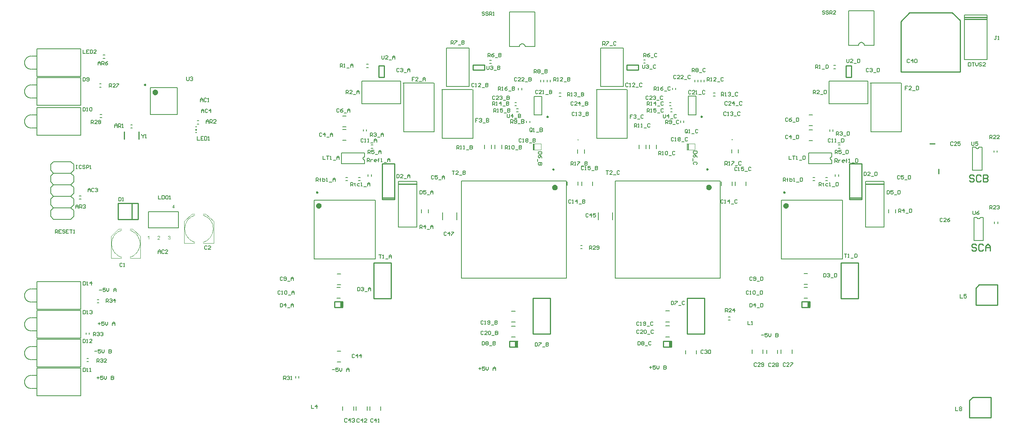
<source format=gbr>
%FSTAX23Y23*%
%MOIN*%
%SFA1B1*%

%IPPOS*%
%ADD84C,0.007874*%
%ADD85C,0.004000*%
%ADD86C,0.023622*%
%ADD87C,0.009843*%
%ADD88C,0.005000*%
%ADD89C,0.006000*%
%ADD90C,0.010000*%
%ADD91C,0.003937*%
%ADD92C,0.009000*%
%ADD93C,0.008000*%
%ADD94C,0.005905*%
%ADD95R,0.025000X0.050000*%
%ADD96R,0.012000X0.011906*%
%ADD97R,0.012000X0.006000*%
%ADD98R,0.012000X0.005904*%
%LNlv1_legend_top-1*%
%LPD*%
G36*
X01807Y02276D02*
X01808D01*
X01808Y02276*
X01809Y02276*
X01809Y02276*
X0181Y02276*
X0181Y02276*
X01811Y02276*
X01811Y02275*
X01812Y02275*
X01813Y02275*
X01813Y02275*
X01814Y02274*
X01814Y02274*
X01814Y02274*
X01814Y02274*
X01814Y02274*
X01815Y02273*
X01815Y02273*
X01815Y02273*
X01815Y02272*
X01816Y02272*
X01816Y02272*
X01816Y02271*
X01816Y02271*
X01816Y0227*
X01817Y02269*
X01817Y02269*
X01817Y02268*
X01817Y02268*
Y02267*
Y02267*
Y02267*
Y02267*
X01817Y02267*
Y02267*
X01817Y02266*
X01817Y02266*
X01817Y02265*
X01816Y02264*
X01816Y02264*
Y02264*
X01816Y02264*
X01816Y02264*
X01816Y02263*
X01816Y02263*
X01816Y02263*
X01816Y02263*
X01815Y02263*
X01815Y02262*
X01815Y02261*
X01814Y02261*
X01814Y0226*
X01813Y0226*
X01813Y0226*
X01813Y0226*
X01813Y02259*
X01813Y02259*
X01813Y02259*
X01812Y02259*
X01812Y02258*
X01812Y02258*
X01811Y02258*
X01811Y02257*
X0181Y02257*
X0181Y02256*
X01809Y02256*
X01808Y02255*
X01808Y02254*
X01808Y02254*
X01807Y02254*
X01807Y02254*
X01807Y02254*
X01807Y02254*
X01806Y02253*
X01806Y02253*
X01806Y02253*
X01805Y02252*
X01804Y02251*
X01804Y02251*
X01803Y02251*
X01803Y02251*
X01803Y0225*
X01803Y0225*
X01803Y0225*
X01803Y0225*
X01802Y0225*
X01802Y02249*
X01802Y02249*
X01802Y02249*
X01801Y02248*
X01817*
Y02244*
X01796*
Y02245*
Y02245*
Y02245*
Y02245*
Y02245*
X01796Y02245*
X01796Y02246*
X01796Y02246*
X01796Y02247*
X01796Y02247*
Y02247*
X01796Y02247*
X01797Y02247*
X01797Y02248*
X01797Y02248*
X01797Y02248*
X01797Y02248*
X01797Y02248*
X01797Y02249*
X01798Y0225*
X01798Y02251*
X01799Y02251*
X01799Y02251*
X01799Y02251*
X01799Y02252*
X01799Y02252*
X018Y02252*
X018Y02252*
X018Y02252*
X018Y02253*
X01801Y02253*
X01801Y02253*
X01801Y02254*
X01802Y02254*
X01802Y02255*
X01803Y02255*
X01803Y02256*
X01804Y02256*
X01804*
X01804Y02256*
X01804Y02256*
X01805Y02257*
X01805Y02257*
X01805Y02257*
X01806Y02258*
X01806Y02258*
X01807Y02259*
X01807Y02259*
X01808Y0226*
X01809Y0226*
X01809Y02261*
X0181Y02261*
X0181Y02262*
X01811Y02262*
X01811Y02263*
X01811Y02263*
X01811Y02263*
X01811Y02263*
X01811Y02263*
X01811Y02264*
X01812Y02264*
X01812Y02264*
X01812Y02264*
X01812Y02265*
X01813Y02266*
X01813Y02266*
X01813Y02267*
X01813Y02267*
X01813Y02268*
Y02268*
Y02268*
Y02268*
X01813Y02268*
X01813Y02268*
X01813Y02268*
X01813Y02269*
X01813Y02269*
X01812Y0227*
X01812Y0227*
X01812Y0227*
X01812Y02271*
X01812Y02271*
X01812Y02271*
X01811Y02271*
X01811Y02272*
X01811Y02272*
X01811Y02272*
X01811Y02272*
X01811Y02272*
X01811Y02272*
X0181Y02272*
X0181Y02272*
X0181Y02272*
X01809Y02273*
X01809Y02273*
X01809Y02273*
X01808Y02273*
X01808Y02273*
X01807Y02273*
X01807Y02273*
X01807*
X01806Y02273*
X01806Y02273*
X01806Y02273*
X01806Y02273*
X01805Y02273*
X01805Y02273*
X01804Y02273*
X01804Y02272*
X01803Y02272*
X01803Y02272*
X01803Y02272*
X01802Y02271*
X01802Y02271*
X01802Y02271*
X01802Y02271*
X01802Y02271*
X01802Y02271*
X01802Y02271*
X01802Y0227*
X01802Y0227*
X01801Y0227*
X01801Y02269*
X01801Y02269*
X01801Y02269*
X01801Y02268*
X01801Y02268*
X01801Y02267*
X01801Y02267*
X01797Y02267*
Y02267*
X01797Y02267*
X01797Y02268*
X01797Y02268*
X01797Y02268*
X01797Y02269*
X01797Y02269*
X01797Y0227*
X01797Y0227*
X01798Y02271*
X01798Y02271*
X01798Y02272*
X01799Y02272*
X01799Y02273*
X01799Y02273*
X018Y02274*
X018Y02274*
X018Y02274*
X018Y02274*
X018Y02274*
X01801Y02274*
X01801Y02275*
X01801Y02275*
X01802Y02275*
X01802Y02275*
X01803Y02276*
X01803Y02276*
X01804Y02276*
X01805Y02276*
X01805Y02276*
X01806Y02276*
X01807Y02276*
X01807*
X01807Y02276*
G37*
G36*
X01939Y02526D02*
X01944D01*
Y02522*
X01939*
Y02515*
X01935*
Y02522*
X01922*
Y02526*
X01936Y02547*
X01939*
Y02526*
G37*
G36*
X01723Y02245D02*
X01719D01*
Y0227*
X01719Y0227*
X01719Y0227*
X01718Y02269*
X01718Y02269*
X01718Y02269*
X01718Y02269*
X01718Y02269*
X01718Y02269*
X01717Y02268*
X01716Y02268*
X01716Y02267*
X01715Y02267*
X01715Y02267*
X01715Y02267*
X01715Y02267*
X01715Y02267*
X01714Y02267*
X01714Y02266*
X01714Y02266*
X01714Y02266*
X01713Y02266*
X01712Y02266*
X01712Y02265*
X01711Y02265*
Y02269*
X01711Y02269*
X01711Y02269*
X01711Y02269*
X01711Y02269*
X01712Y02269*
X01712Y02269*
X01712Y02269*
X01713Y0227*
X01713Y0227*
X01714Y0227*
X01715Y02271*
X01716Y02272*
X01717Y02272*
X01717Y02272*
X01717Y02273*
X01717Y02273*
X01717Y02273*
X01717Y02273*
X01717Y02273*
X01718Y02273*
X01718Y02274*
X01718Y02274*
X01719Y02275*
X0172Y02276*
X0172Y02276*
X0172Y02277*
X01723*
Y02245*
G37*
G36*
X06779Y03115D02*
X0678Y03114D01*
X06781Y03112*
Y03111*
Y03111*
X0678Y03109*
X06779Y03108*
X06778Y03107*
X06776*
X06775Y03108*
X06774Y03109*
X06773Y03111*
Y03111*
Y03112*
X06774Y03114*
X06775Y03115*
X06776Y03115*
X06778*
X06779Y03115*
G37*
G36*
X05444Y03114D02*
X05445Y03112D01*
X05446Y03111*
Y0311*
Y03109*
X05445Y03108*
X05444Y03107*
X05443Y03106*
X05441*
X0544Y03107*
X05438Y03108*
X05438Y03109*
Y0311*
Y03111*
X05438Y03112*
X0544Y03114*
X05441Y03114*
X05443*
X05444Y03114*
G37*
G36*
X01898Y02277D02*
X01898D01*
X01899Y02277*
X01899Y02277*
X01899Y02277*
X019Y02276*
X01901Y02276*
X01902Y02276*
X01902Y02276*
X01902*
X01903Y02275*
X01903Y02275*
X01903Y02275*
X01903Y02275*
X01903Y02275*
X01904Y02275*
X01904Y02274*
X01905Y02274*
X01905Y02273*
X01906Y02273*
X01906Y02272*
X01906Y02272*
X01906Y02272*
X01906Y02272*
X01906Y02272*
X01906Y02272*
X01906Y02272*
X01906Y02271*
X01907Y02271*
X01907Y0227*
X01907Y02269*
X01907Y02269*
Y02268*
Y02268*
Y02268*
Y02268*
X01907Y02268*
Y02268*
X01907Y02268*
X01907Y02267*
X01907Y02267*
X01906Y02266*
X01906Y02265*
X01906Y02265*
Y02265*
X01906Y02265*
X01906Y02265*
X01906Y02264*
X01905Y02264*
X01905Y02264*
X01905Y02263*
X01904Y02263*
X01903Y02262*
X01903Y02262*
X01903*
X01903Y02262*
X01903Y02262*
X01903Y02262*
X01903Y02262*
X01904Y02262*
X01904Y02262*
X01904Y02261*
X01905Y02261*
X01905Y02261*
X01906Y02261*
X01906Y0226*
X01906Y0226*
X01907Y0226*
X01907Y02259*
X01907Y02259*
X01907Y02259*
X01907Y02259*
X01907Y02259*
X01907Y02259*
X01907Y02259*
X01908Y02258*
X01908Y02258*
X01908Y02258*
X01908Y02257*
X01908Y02257*
X01908Y02256*
X01908Y02256*
X01908Y02255*
X01908Y02255*
X01909Y02254*
Y02254*
Y02254*
X01908Y02254*
X01908Y02254*
X01908Y02253*
X01908Y02253*
X01908Y02252*
X01908Y02252*
X01908Y02251*
X01908Y02251*
X01908Y0225*
X01907Y02249*
X01907Y02249*
X01906Y02248*
X01906Y02248*
X01905Y02247*
X01905Y02247*
X01905Y02247*
X01905Y02247*
X01905Y02247*
X01905Y02247*
X01904Y02246*
X01904Y02246*
X01903Y02246*
X01903Y02245*
X01902Y02245*
X01902Y02245*
X01901Y02245*
X019Y02245*
X01899Y02244*
X01899Y02244*
X01898Y02244*
X01898*
X01897Y02244*
X01897*
X01897Y02244*
X01896Y02244*
X01896Y02245*
X01895Y02245*
X01895Y02245*
X01894Y02245*
X01894Y02245*
X01893Y02245*
X01893Y02246*
X01892Y02246*
X01891Y02246*
X01891Y02247*
X01891Y02247*
X01891Y02247*
X01891Y02247*
X0189Y02247*
X0189Y02247*
X0189Y02248*
X0189Y02248*
X01889Y02249*
X01889Y02249*
X01889Y02249*
X01889Y0225*
X01888Y02251*
X01888Y02251*
X01888Y02252*
X01888Y02253*
X01888Y02253*
X01892Y02254*
Y02254*
X01892Y02254*
X01892Y02253*
X01892Y02253*
X01892Y02253*
X01892Y02253*
X01892Y02252*
X01892Y02252*
X01893Y02251*
X01893Y0225*
X01893Y0225*
X01893Y0225*
X01894Y02249*
X01894Y02249*
X01894Y02249*
X01894Y02249*
X01894Y02249*
X01894Y02249*
X01894Y02249*
X01895Y02249*
X01895Y02248*
X01895Y02248*
X01896Y02248*
X01896Y02248*
X01897Y02248*
X01897Y02248*
X01898Y02248*
X01898*
X01898Y02248*
X01899Y02248*
X01899Y02248*
X01899Y02248*
X01899Y02248*
X019Y02248*
X019Y02248*
X01901Y02248*
X01901Y02248*
X01901Y02249*
X01902Y02249*
X01902Y02249*
X01902Y02249*
X01903Y02249*
X01903Y0225*
X01903Y0225*
X01903Y0225*
X01903Y0225*
X01903Y0225*
X01903Y0225*
X01903Y02251*
X01904Y02251*
X01904Y02251*
X01904Y02252*
X01904Y02252*
X01904Y02253*
X01904Y02253*
X01904Y02254*
X01904Y02254*
Y02254*
Y02254*
Y02254*
X01904Y02255*
X01904Y02255*
X01904Y02255*
X01904Y02255*
X01904Y02256*
X01904Y02256*
X01904Y02257*
X01904Y02257*
X01903Y02258*
X01903Y02258*
X01903Y02258*
X01903Y02259*
X01903Y02259*
X01903Y02259*
X01902Y02259*
X01902Y02259*
X01902Y02259*
X01902Y02259*
X01902Y02259*
X01901Y02259*
X01901Y0226*
X01901Y0226*
X019Y0226*
X019Y0226*
X019Y0226*
X01899Y0226*
X01899Y0226*
X01898Y0226*
X01898*
X01898Y0226*
X01897Y0226*
X01897Y0226*
X01897Y0226*
X01896Y0226*
X01895Y0226*
X01896Y02263*
X01896*
X01896Y02263*
X01896Y02263*
X01897*
X01897Y02263*
X01897*
X01897Y02263*
X01898Y02263*
X01898Y02263*
X01899Y02264*
X01899Y02264*
X019Y02264*
X01901Y02264*
X01901Y02265*
X01901Y02265*
X01901Y02265*
X01901Y02265*
X01901Y02265*
X01901Y02265*
X01902Y02265*
X01902Y02265*
X01902Y02266*
X01902Y02266*
X01902Y02266*
X01902Y02266*
X01903Y02267*
X01903Y02267*
X01903Y02268*
X01903Y02268*
X01903Y02269*
Y02269*
Y02269*
Y02269*
X01903Y02269*
X01903Y02269*
X01903Y02269*
X01903Y0227*
X01903Y0227*
X01902Y02271*
X01902Y02271*
X01902Y02272*
X01902Y02272*
X01901Y02272*
X01901Y02272*
X01901Y02272*
X01901Y02272*
X01901Y02272*
X01901Y02272*
X01901Y02272*
X01901Y02273*
X019Y02273*
X019Y02273*
X01899Y02273*
X01899Y02273*
X01898Y02273*
X01898Y02273*
X01898*
X01897Y02273*
X01897Y02273*
X01897Y02273*
X01896Y02273*
X01896Y02273*
X01895Y02273*
X01895Y02273*
X01895Y02273*
X01894Y02272*
X01894Y02272*
X01894Y02272*
X01894Y02272*
X01894Y02272*
X01894Y02272*
X01894Y02272*
X01893Y02271*
X01893Y02271*
X01893Y02271*
X01893Y02271*
X01893Y0227*
X01893Y0227*
X01893Y0227*
X01892Y02269*
X01892Y02269*
X01892Y02268*
X01892Y02268*
X01888Y02268*
Y02269*
X01888Y02269*
X01888Y02269*
X01888Y02269*
X01888Y02269*
X01888Y0227*
X01889Y0227*
X01889Y02271*
X01889Y02271*
X01889Y02272*
X01889Y02272*
X0189Y02273*
X0189Y02273*
X0189Y02274*
X01891Y02274*
X01891Y02274*
X01891Y02275*
X01891Y02275*
X01892Y02275*
X01892Y02275*
X01892Y02275*
X01892Y02275*
X01893Y02275*
X01893Y02276*
X01894Y02276*
X01894Y02276*
X01895Y02276*
X01895Y02276*
X01896Y02276*
X01896Y02277*
X01897Y02277*
X01898Y02277*
X01898*
X01898Y02277*
G37*
%LNlv1_legend_top-2*%
%LPC*%
G36*
X01935Y0254D02*
X01926Y02526D01*
X01935*
Y0254*
G37*
%LNlv1_legend_top-3*%
%LPD*%
G54D84*
X07922Y03931D02*
D01*
X07922Y03932*
X07922Y03934*
X07922Y03936*
X07921Y03937*
X07921Y03939*
X0792Y03941*
X07919Y03942*
X07919Y03944*
X07918Y03945*
X07916Y03947*
X07915Y03948*
X07914Y03949*
X07913Y0395*
X07911Y03951*
X0791Y03952*
X07908Y03953*
X07907Y03954*
X07905Y03954*
X07903Y03955*
X07902Y03955*
X079Y03955*
X07898Y03955*
X07896*
X07895Y03955*
X07893Y03955*
X07891Y03955*
X0789Y03954*
X07888Y03954*
X07886Y03953*
X07885Y03952*
X07883Y03951*
X07882Y0395*
X07881Y03949*
X07879Y03948*
X07878Y03947*
X07877Y03945*
X07876Y03944*
X07875Y03942*
X07874Y03941*
X07874Y03939*
X07873Y03937*
X07873Y03936*
X07873Y03934*
X07872Y03932*
X07872Y03931*
X04982Y03919D02*
D01*
X04982Y0392*
X04982Y03922*
X04982Y03924*
X04981Y03925*
X04981Y03927*
X0498Y03929*
X04979Y0393*
X04979Y03932*
X04978Y03933*
X04976Y03935*
X04975Y03936*
X04974Y03937*
X04973Y03938*
X04971Y03939*
X0497Y0394*
X04968Y03941*
X04967Y03942*
X04965Y03942*
X04963Y03943*
X04962Y03943*
X0496Y03943*
X04958Y03943*
X04956*
X04955Y03943*
X04953Y03943*
X04951Y03943*
X0495Y03942*
X04948Y03942*
X04946Y03941*
X04945Y0394*
X04943Y03939*
X04942Y03938*
X04941Y03937*
X04939Y03936*
X04938Y03935*
X04937Y03933*
X04936Y03932*
X04935Y0393*
X04934Y03929*
X04934Y03927*
X04933Y03925*
X04933Y03924*
X04933Y03922*
X04932Y0392*
X04932Y03919*
X0889Y03046D02*
D01*
X0889Y03045*
X0889Y03044*
X0889Y03044*
X08891Y03043*
X08891Y03042*
X08891Y03041*
X08892Y0304*
X08892Y03039*
X08893Y03039*
X08893Y03038*
X08894Y03037*
X08894Y03037*
X08895Y03036*
X08896Y03036*
X08896Y03035*
X08897Y03035*
X08898Y03035*
X08899Y03034*
X089Y03034*
X089Y03034*
X08901Y03034*
X08902Y03034*
X08903*
X08904Y03034*
X08905Y03034*
X08906Y03034*
X08907Y03034*
X08907Y03035*
X08908Y03035*
X08909Y03035*
X0891Y03036*
X0891Y03036*
X08911Y03037*
X08912Y03037*
X08912Y03038*
X08913Y03039*
X08913Y03039*
X08914Y0304*
X08914Y03041*
X08914Y03042*
X08915Y03043*
X08915Y03044*
X08915Y03044*
X08915Y03045*
X08915Y03046*
X08901Y02437D02*
D01*
X08901Y02436*
X08901Y02435*
X08901Y02434*
X08901Y02434*
X08902Y02433*
X08902Y02432*
X08902Y02431*
X08903Y0243*
X08903Y0243*
X08904Y02429*
X08904Y02428*
X08905Y02428*
X08906Y02427*
X08906Y02427*
X08907Y02426*
X08908Y02426*
X08909Y02425*
X0891Y02425*
X0891Y02425*
X08911Y02425*
X08912Y02425*
X08913Y02425*
X08914*
X08915Y02425*
X08916Y02425*
X08916Y02425*
X08917Y02425*
X08918Y02425*
X08919Y02426*
X0892Y02426*
X0892Y02427*
X08921Y02427*
X08922Y02428*
X08922Y02428*
X08923Y02429*
X08924Y0243*
X08924Y0243*
X08924Y02431*
X08925Y02432*
X08925Y02433*
X08925Y02434*
X08926Y02434*
X08926Y02435*
X08926Y02436*
X08926Y02437*
X0359Y02962D02*
D01*
X03589Y02962*
X03588Y02962*
X03587Y02962*
X03587Y02962*
X03586Y02961*
X03585Y02961*
X03584Y02961*
X03583Y0296*
X03583Y0296*
X03582Y02959*
X03581Y02959*
X03581Y02958*
X0358Y02957*
X0358Y02957*
X03579Y02956*
X03579Y02955*
X03578Y02954*
X03578Y02953*
X03578Y02953*
X03578Y02952*
X03578Y02951*
X03578Y0295*
Y02949*
X03578Y02948*
X03578Y02947*
X03578Y02947*
X03578Y02946*
X03578Y02945*
X03579Y02944*
X03579Y02943*
X0358Y02943*
X0358Y02942*
X03581Y02941*
X03581Y02941*
X03582Y0294*
X03583Y02939*
X03583Y02939*
X03584Y02939*
X03585Y02938*
X03586Y02938*
X03587Y02938*
X03587Y02937*
X03588Y02937*
X03589Y02937*
X0359Y02937*
X0764Y02962D02*
D01*
X07639Y02962*
X07638Y02962*
X07637Y02962*
X07637Y02962*
X07636Y02961*
X07635Y02961*
X07634Y02961*
X07633Y0296*
X07633Y0296*
X07632Y02959*
X07631Y02959*
X07631Y02958*
X0763Y02957*
X0763Y02957*
X07629Y02956*
X07629Y02955*
X07628Y02954*
X07628Y02953*
X07628Y02953*
X07628Y02952*
X07628Y02951*
X07628Y0295*
Y02949*
X07628Y02948*
X07628Y02947*
X07628Y02947*
X07628Y02946*
X07628Y02945*
X07629Y02944*
X07629Y02943*
X0763Y02943*
X0763Y02942*
X07631Y02941*
X07631Y02941*
X07632Y0294*
X07633Y02939*
X07633Y02939*
X07634Y02939*
X07635Y02938*
X07636Y02938*
X07637Y02938*
X07637Y02937*
X07638Y02937*
X07639Y02937*
X0764Y02937*
X05566Y02714D02*
Y02745D01*
X05472Y02714D02*
Y02745D01*
X08007Y03931D02*
Y04231D01*
X07787D02*
X08007D01*
X07787Y03931D02*
Y04231D01*
Y03931D02*
X07872D01*
X07922D02*
X08007D01*
X05067Y03919D02*
Y04219D01*
X04847D02*
X05067D01*
X04847Y03919D02*
Y04219D01*
Y03919D02*
X04932D01*
X04982D02*
X05067D01*
X06029Y03034D02*
Y03065D01*
X0597Y03034D02*
Y03065D01*
X04689Y03034D02*
Y03065D01*
X0463Y03034D02*
Y03065D01*
X06897Y02714D02*
Y02745D01*
X06802Y02714D02*
Y02745D01*
X08861Y02846D02*
Y03046D01*
Y02846D02*
X08945D01*
Y03046*
X08915D02*
X08945D01*
X08861D02*
X0889D01*
X08872Y02237D02*
Y02437D01*
Y02237D02*
X08955D01*
Y02437*
X08926D02*
X08955D01*
X08872D02*
X08901D01*
X09073Y03002D02*
Y03017D01*
X09046Y03002D02*
Y03017D01*
X09051Y02384D02*
Y024D01*
X09079Y02384D02*
Y024D01*
X01325Y03846D02*
X01341D01*
X01325Y03818D02*
X01341D01*
X05462Y02166D02*
X05477D01*
X05462Y02193D02*
X05477D01*
X03399Y03199D02*
X03431D01*
X03399Y03105D02*
X03431D01*
X03537Y02755D02*
X03553D01*
X03537Y02783D02*
X03553D01*
X0339Y02997D02*
X0359D01*
X0339Y02903D02*
Y02997D01*
Y02903D02*
X0359D01*
Y02937*
Y02962D02*
Y02997D01*
X03647Y03038D02*
X03663D01*
X03647Y03066D02*
X03663D01*
X03581Y03185D02*
Y032D01*
X03608Y03185D02*
Y032D01*
X04145Y02476D02*
Y02508D01*
X04085Y02476D02*
Y02508D01*
X03684Y02077D02*
Y02588D01*
X03152Y02077D02*
Y02588D01*
X03684*
X03152Y02077D02*
X03684D01*
X03354Y01852D02*
X03385D01*
X03354Y01947D02*
X03385D01*
X03568Y03424D02*
Y03522D01*
Y03424D02*
X03902D01*
Y0362*
X03568D02*
X03902D01*
X03568Y03522D02*
Y0362D01*
X03621Y02794D02*
Y0281D01*
X03649Y02794D02*
Y0281D01*
X03607Y03766D02*
X03623D01*
X03607Y03738D02*
X03623D01*
X03965Y02751D02*
X04045D01*
Y02353D02*
Y02751D01*
X03885Y02353D02*
X04045D01*
X03885D02*
Y02751D01*
X03965*
X03349Y01735D02*
X03381D01*
X03349Y01829D02*
X03381D01*
X03427Y02755D02*
X03443D01*
X03427Y02783D02*
X03443D01*
X07444Y03197D02*
X07475D01*
X07444Y03102D02*
X07475D01*
X07587Y02755D02*
X07603D01*
X07587Y02783D02*
X07603D01*
X0744Y02997D02*
X0764D01*
X0744Y02903D02*
Y02997D01*
Y02903D02*
X0764D01*
Y02937*
Y02962D02*
Y02997D01*
X07697Y03038D02*
X07713D01*
X07697Y03066D02*
X07713D01*
X07622Y03184D02*
Y03199D01*
X07649Y03184D02*
Y03199D01*
X08195Y02476D02*
Y02508D01*
X08135Y02476D02*
Y02508D01*
X07734Y02077D02*
Y02588D01*
X07202Y02077D02*
Y02588D01*
X07734*
X07202Y02077D02*
X07734D01*
X07399Y01855D02*
X07431D01*
X07399Y01949D02*
X07431D01*
X07618Y03424D02*
Y03522D01*
Y03424D02*
X07952D01*
Y0362*
X07618D02*
X07952D01*
X07618Y03522D02*
Y0362D01*
X07671Y02794D02*
Y0281D01*
X07699Y02794D02*
Y0281D01*
X07657Y03756D02*
X07673D01*
X07657Y03728D02*
X07673D01*
X08015Y02751D02*
X08095D01*
Y02353D02*
Y02751D01*
X07935Y02353D02*
X08095D01*
X07935D02*
Y02751D01*
X08015*
X07399Y01735D02*
X07431D01*
X07399Y01829D02*
X07431D01*
X07477Y02755D02*
X07493D01*
X07477Y02783D02*
X07493D01*
X04268Y02418D02*
Y02481D01*
X04391Y02418D02*
Y02481D01*
X05618Y02418D02*
Y02481D01*
X05741Y02418D02*
Y02481D01*
X06466Y01252D02*
Y01283D01*
X06372Y01252D02*
Y01283D01*
X07045Y01258D02*
Y01289D01*
X0695Y01258D02*
Y01289D01*
X0717Y01257D02*
Y01288D01*
X07076Y01257D02*
Y01288D01*
X07296Y01258D02*
Y01289D01*
X07201Y01258D02*
Y01289D01*
X03353Y01184D02*
X03385D01*
X03353Y01278D02*
X03385D01*
X03496Y00764D02*
Y00796D01*
X03401Y00764D02*
Y00796D01*
X03612Y00763D02*
Y00795D01*
X03518Y00763D02*
Y00795D01*
X03731Y00764D02*
Y00795D01*
X03636Y00764D02*
Y00795D01*
X06744Y01546D02*
X0676D01*
X06744Y01573D02*
X0676D01*
X02992Y01044D02*
Y0106D01*
X0302Y01044D02*
Y0106D01*
X01182Y01213D02*
X01197D01*
X01182Y01186D02*
X01197D01*
X01203Y01422D02*
Y01437D01*
X01176Y01422D02*
Y01437D01*
X01272Y01723D02*
X01287D01*
X01272Y01696D02*
X01287D01*
X01292Y03595D02*
X01307D01*
X01292Y03568D02*
X01307D01*
X01297Y03331D02*
X01312D01*
X01297Y03304D02*
X01312D01*
X04301Y03907D02*
X04399D01*
X04301Y03572D02*
Y03907D01*
Y03572D02*
X04497D01*
Y03907*
X04399D02*
X04497D01*
X04673Y03774D02*
X04689D01*
X04673Y03801D02*
X04689D01*
X04865Y01494D02*
X04897D01*
X04865Y014D02*
X04897D01*
X04865Y01624D02*
X04897D01*
X04865Y0153D02*
X04897D01*
X05278Y03516D02*
X05294D01*
X05278Y03488D02*
X05294D01*
X05441Y02716D02*
Y02747D01*
X05347Y02716D02*
Y02747D01*
X04779Y03034D02*
Y03065D01*
X0472Y03034D02*
Y03065D01*
X05061Y03488D02*
X05128D01*
X05061Y03325D02*
X05128D01*
X05061D02*
Y03488D01*
X05128Y03325D02*
Y03488D01*
X0443Y0191D02*
Y02753D01*
X05339Y0191D02*
Y02753D01*
X0443Y0191D02*
X05339D01*
X0443Y02753D02*
X05339D01*
X05496Y02994D02*
Y03025D01*
X05437Y02994D02*
Y03025D01*
X05173Y03613D02*
Y03629D01*
X052Y03613D02*
Y03629D01*
X05145Y03613D02*
Y03629D01*
X05118Y03613D02*
Y03629D01*
X04925Y03544D02*
Y03559D01*
X04953Y03544D02*
Y03559D01*
X04906Y0338D02*
X04922D01*
X04906Y03353D02*
X04922D01*
X04995Y03259D02*
Y03274D01*
X05023Y03259D02*
Y03274D01*
X04892Y03406D02*
X04907D01*
X04892Y03433D02*
X04907D01*
X06232Y03406D02*
X06247D01*
X06232Y03433D02*
X06247D01*
X06331Y0326D02*
Y03276D01*
X06358Y0326D02*
Y03276D01*
X06242Y03381D02*
X06257D01*
X06242Y03354D02*
X06257D01*
X06261Y03545D02*
Y03561D01*
X06288Y03545D02*
Y03561D01*
X0648Y03614D02*
Y0363D01*
X06453Y03614D02*
Y0363D01*
X06508Y03614D02*
Y0363D01*
X06535Y03614D02*
Y0363D01*
X06831Y02995D02*
Y03026D01*
X06772Y02995D02*
Y03026D01*
X05765Y01911D02*
Y02754D01*
X06674Y01911D02*
Y02754D01*
X05765Y01911D02*
X06674D01*
X05765Y02754D02*
X06674D01*
X06396Y03489D02*
X06463D01*
X06396Y03326D02*
X06463D01*
X06396D02*
Y03489D01*
X06463Y03326D02*
Y03489D01*
X06119Y03034D02*
Y03065D01*
X0606Y03034D02*
Y03065D01*
X06777Y02714D02*
Y02745D01*
X06682Y02714D02*
Y02745D01*
X06613Y03517D02*
X06629D01*
X06613Y03489D02*
X06629D01*
X062Y01625D02*
X06232D01*
X062Y01531D02*
X06232D01*
X062Y01495D02*
X06232D01*
X062Y01401D02*
X06232D01*
X06009Y03775D02*
X06024D01*
X06009Y03803D02*
X06024D01*
X05636Y03908D02*
X05734D01*
X05636Y03573D02*
Y03908D01*
Y03573D02*
X05833D01*
Y03908*
X05734D02*
X05833D01*
X07444Y03232D02*
X07475D01*
X07444Y03327D02*
X07475D01*
X03399Y03222D02*
X03431D01*
X03399Y03317D02*
X03431D01*
X01735Y0333D02*
X01968D01*
X01735Y03562D02*
X01968D01*
Y0333D02*
Y03562D01*
X01735Y0333D02*
Y03562D01*
X01562Y03213D02*
X01578D01*
X01562Y03241D02*
X01578D01*
X02139Y03248D02*
X02155D01*
X02139Y03275D02*
X02155D01*
X01116Y02624D02*
X01132D01*
X01116Y02597D02*
X01132D01*
X03925Y03603D02*
X04059D01*
X03929Y03179D02*
Y03603D01*
Y03179D02*
X04193D01*
Y03603*
X04059D02*
X04189D01*
X07975D02*
X08109D01*
X07979Y03179D02*
Y03603D01*
Y03179D02*
X08243D01*
Y03603*
X08109D02*
X08239D01*
X04261Y03548D02*
X04395D01*
X04265Y03124D02*
Y03548D01*
Y03124D02*
X04529D01*
Y03548*
X04395D02*
X04525D01*
X056Y03545D02*
X05734D01*
X05604Y03122D02*
Y03545D01*
Y03122D02*
X05868D01*
Y03545*
X05734D02*
X05864D01*
X08791Y04192D02*
X0889D01*
X08791Y03807D02*
Y04192D01*
Y03807D02*
X08988D01*
Y04192*
X0889D02*
X08988D01*
G54D85*
X02191Y02224D02*
D01*
X02199Y02226*
X02207Y0223*
X02215Y02234*
X02222Y02238*
X02229Y02243*
X02235Y02249*
X02242Y02255*
X02247Y02261*
X02253Y02268*
X02257Y02275*
X02262Y02282*
X02265Y0229*
X02269Y02298*
X02271Y02306*
X02273Y02314*
X02275Y02323*
X02276Y02331*
X02276Y0234*
X02276Y02348*
X02275Y02357*
X02274Y02365*
X02272Y02374*
X02269Y02382*
X02266Y0239*
X02262Y02397*
X02258Y02405*
X02253Y02412*
X02248Y02419*
X02242Y02425*
X02236Y02431*
X02229Y02436*
X02222Y02441*
X02215Y02446*
X02208Y0245*
X022Y02454*
X02192Y02456*
X02191Y02457*
X02116D02*
D01*
X02108Y02454*
X021Y0245*
X02092Y02446*
X02085Y02442*
X02078Y02437*
X02072Y02431*
X02065Y02425*
X0206Y02419*
X02054Y02412*
X0205Y02405*
X02045Y02398*
X02042Y0239*
X02038Y02382*
X02036Y02374*
X02034Y02366*
X02032Y02357*
X02031Y02349*
X02031Y0234*
X02031Y02332*
X02032Y02323*
X02034Y02315*
X02036Y02307*
X02038Y02299*
X02041Y02291*
X02045Y02283*
X02049Y02275*
X02054Y02268*
X02059Y02262*
X02065Y02255*
X02071Y02249*
X02078Y02244*
X02085Y02239*
X02092Y02234*
X02099Y0223*
X02107Y02227*
X02115Y02224*
X02116Y02224*
X01557Y02093D02*
D01*
X01565Y02096*
X01573Y021*
X0158Y02104*
X01588Y02108*
X01595Y02113*
X01601Y02119*
X01607Y02125*
X01613Y02131*
X01618Y02138*
X01623Y02145*
X01627Y02152*
X01631Y0216*
X01634Y02168*
X01637Y02176*
X01639Y02184*
X01641Y02193*
X01642Y02201*
X01642Y0221*
X01642Y02218*
X01641Y02227*
X01639Y02235*
X01637Y02243*
X01635Y02252*
X01631Y02259*
X01628Y02267*
X01623Y02275*
X01619Y02282*
X01613Y02288*
X01608Y02295*
X01602Y02301*
X01595Y02306*
X01588Y02311*
X01581Y02316*
X01573Y0232*
X01566Y02323*
X01558Y02326*
X01557Y02327*
X01482D02*
D01*
X01473Y02324*
X01466Y0232*
X01458Y02316*
X01451Y02312*
X01444Y02307*
X01437Y02301*
X01431Y02295*
X01425Y02289*
X0142Y02282*
X01415Y02275*
X01411Y02268*
X01407Y0226*
X01404Y02252*
X01401Y02244*
X01399Y02236*
X01398Y02227*
X01397Y02219*
X01397Y0221*
X01397Y02202*
X01398Y02193*
X01399Y02185*
X01401Y02176*
X01404Y02168*
X01407Y0216*
X01411Y02153*
X01415Y02145*
X0142Y02138*
X01425Y02131*
X01431Y02125*
X01437Y02119*
X01443Y02114*
X0145Y02109*
X01458Y02104*
X01465Y021*
X01473Y02097*
X01481Y02094*
X01482Y02093*
X02191Y02212D02*
X02282D01*
Y02402*
X02215Y02468D02*
X02282Y02402D01*
X02191Y02468D02*
X02215D01*
X02092D02*
X02116D01*
X02026Y02402D02*
X02092Y02468D01*
X02026Y02212D02*
Y02402D01*
Y02212D02*
X02116D01*
X01557Y02082D02*
X01647D01*
Y02272*
X01581Y02338D02*
X01647Y02272D01*
X01557Y02338D02*
X01581D01*
X01458D02*
X01482D01*
X01392Y02272D02*
X01458Y02338D01*
X01392Y02082D02*
Y02272D01*
Y02082D02*
X01482D01*
G54D86*
X03204Y02538D02*
D01*
X03204Y02539*
X03203Y0254*
X03203Y02541*
X03203Y02542*
X03203Y02542*
X03203Y02543*
X03202Y02544*
X03202Y02545*
X03201Y02545*
X03201Y02546*
X032Y02547*
X032Y02547*
X03199Y02548*
X03198Y02548*
X03198Y02549*
X03197Y02549*
X03196Y02549*
X03195Y0255*
X03195Y0255*
X03194Y0255*
X03193Y0255*
X03192Y0255*
X03191*
X03191Y0255*
X0319Y0255*
X03189Y0255*
X03188Y0255*
X03187Y02549*
X03187Y02549*
X03186Y02549*
X03185Y02548*
X03185Y02548*
X03184Y02547*
X03183Y02547*
X03183Y02546*
X03182Y02545*
X03182Y02545*
X03181Y02544*
X03181Y02543*
X03181Y02542*
X0318Y02542*
X0318Y02541*
X0318Y0254*
X0318Y02539*
X0318Y02538*
X0318Y02538*
X0318Y02537*
X0318Y02536*
X0318Y02535*
X03181Y02534*
X03181Y02534*
X03181Y02533*
X03182Y02532*
X03182Y02531*
X03183Y02531*
X03183Y0253*
X03184Y0253*
X03185Y02529*
X03185Y02529*
X03186Y02528*
X03187Y02528*
X03187Y02527*
X03188Y02527*
X03189Y02527*
X0319Y02527*
X03191Y02527*
X03191Y02527*
X03192*
X03193Y02527*
X03194Y02527*
X03195Y02527*
X03195Y02527*
X03196Y02527*
X03197Y02528*
X03198Y02528*
X03198Y02529*
X03199Y02529*
X032Y0253*
X032Y0253*
X03201Y02531*
X03201Y02531*
X03202Y02532*
X03202Y02533*
X03203Y02534*
X03203Y02534*
X03203Y02535*
X03203Y02536*
X03203Y02537*
X03204Y02538*
X03204Y02538*
X07254D02*
D01*
X07254Y02539*
X07253Y0254*
X07253Y02541*
X07253Y02542*
X07253Y02542*
X07253Y02543*
X07252Y02544*
X07252Y02545*
X07251Y02545*
X07251Y02546*
X0725Y02547*
X0725Y02547*
X07249Y02548*
X07248Y02548*
X07248Y02549*
X07247Y02549*
X07246Y02549*
X07245Y0255*
X07245Y0255*
X07244Y0255*
X07243Y0255*
X07242Y0255*
X07241*
X07241Y0255*
X0724Y0255*
X07239Y0255*
X07238Y0255*
X07237Y02549*
X07237Y02549*
X07236Y02549*
X07235Y02548*
X07235Y02548*
X07234Y02547*
X07233Y02547*
X07233Y02546*
X07232Y02545*
X07232Y02545*
X07231Y02544*
X07231Y02543*
X07231Y02542*
X0723Y02542*
X0723Y02541*
X0723Y0254*
X0723Y02539*
X0723Y02538*
X0723Y02538*
X0723Y02537*
X0723Y02536*
X0723Y02535*
X07231Y02534*
X07231Y02534*
X07231Y02533*
X07232Y02532*
X07232Y02531*
X07233Y02531*
X07233Y0253*
X07234Y0253*
X07235Y02529*
X07235Y02529*
X07236Y02528*
X07237Y02528*
X07237Y02527*
X07238Y02527*
X07239Y02527*
X0724Y02527*
X07241Y02527*
X07241Y02527*
X07242*
X07243Y02527*
X07244Y02527*
X07245Y02527*
X07245Y02527*
X07246Y02527*
X07247Y02528*
X07248Y02528*
X07248Y02529*
X07249Y02529*
X0725Y0253*
X0725Y0253*
X07251Y02531*
X07251Y02531*
X07252Y02532*
X07252Y02533*
X07253Y02534*
X07253Y02534*
X07253Y02535*
X07253Y02536*
X07253Y02537*
X07254Y02538*
X07254Y02538*
X0525Y02698D02*
D01*
X0525Y02699*
X0525Y02699*
X0525Y027*
X0525Y02701*
X0525Y02702*
X05249Y02702*
X05249Y02703*
X05249Y02704*
X05248Y02705*
X05248Y02705*
X05247Y02706*
X05246Y02706*
X05246Y02707*
X05245Y02707*
X05244Y02708*
X05244Y02708*
X05243Y02709*
X05242Y02709*
X05241Y02709*
X05241Y02709*
X0524Y02709*
X05239Y02709*
X05238*
X05237Y02709*
X05237Y02709*
X05236Y02709*
X05235Y02709*
X05234Y02709*
X05233Y02708*
X05233Y02708*
X05232Y02707*
X05231Y02707*
X05231Y02706*
X0523Y02706*
X0523Y02705*
X05229Y02705*
X05229Y02704*
X05228Y02703*
X05228Y02702*
X05227Y02702*
X05227Y02701*
X05227Y027*
X05227Y02699*
X05227Y02699*
X05227Y02698*
X05227Y02697*
X05227Y02696*
X05227Y02695*
X05227Y02694*
X05227Y02694*
X05228Y02693*
X05228Y02692*
X05229Y02691*
X05229Y02691*
X0523Y0269*
X0523Y02689*
X05231Y02689*
X05231Y02688*
X05232Y02688*
X05233Y02687*
X05233Y02687*
X05234Y02687*
X05235Y02686*
X05236Y02686*
X05237Y02686*
X05237Y02686*
X05238Y02686*
X05239*
X0524Y02686*
X05241Y02686*
X05241Y02686*
X05242Y02686*
X05243Y02687*
X05244Y02687*
X05244Y02687*
X05245Y02688*
X05246Y02688*
X05246Y02689*
X05247Y02689*
X05248Y0269*
X05248Y02691*
X05249Y02691*
X05249Y02692*
X05249Y02693*
X0525Y02694*
X0525Y02694*
X0525Y02695*
X0525Y02696*
X0525Y02697*
X0525Y02698*
X06586Y02699D02*
D01*
X06586Y027*
X06586Y027*
X06585Y02701*
X06585Y02702*
X06585Y02703*
X06585Y02704*
X06584Y02704*
X06584Y02705*
X06583Y02706*
X06583Y02706*
X06582Y02707*
X06582Y02708*
X06581Y02708*
X0658Y02709*
X0658Y02709*
X06579Y02709*
X06578Y0271*
X06577Y0271*
X06577Y0271*
X06576Y0271*
X06575Y02711*
X06574Y02711*
X06573*
X06573Y02711*
X06572Y0271*
X06571Y0271*
X0657Y0271*
X06569Y0271*
X06569Y02709*
X06568Y02709*
X06567Y02709*
X06567Y02708*
X06566Y02708*
X06565Y02707*
X06565Y02706*
X06564Y02706*
X06564Y02705*
X06563Y02704*
X06563Y02704*
X06563Y02703*
X06562Y02702*
X06562Y02701*
X06562Y027*
X06562Y027*
X06562Y02699*
X06562Y02698*
X06562Y02697*
X06562Y02696*
X06562Y02696*
X06563Y02695*
X06563Y02694*
X06563Y02693*
X06564Y02693*
X06564Y02692*
X06565Y02691*
X06565Y02691*
X06566Y0269*
X06567Y02689*
X06567Y02689*
X06568Y02689*
X06569Y02688*
X06569Y02688*
X0657Y02688*
X06571Y02687*
X06572Y02687*
X06573Y02687*
X06573Y02687*
X06574*
X06575Y02687*
X06576Y02687*
X06577Y02687*
X06577Y02688*
X06578Y02688*
X06579Y02688*
X0658Y02689*
X0658Y02689*
X06581Y02689*
X06582Y0269*
X06582Y02691*
X06583Y02691*
X06583Y02692*
X06584Y02693*
X06584Y02693*
X06585Y02694*
X06585Y02695*
X06585Y02696*
X06585Y02696*
X06586Y02697*
X06586Y02698*
X06586Y02699*
X01787Y03523D02*
D01*
X01786Y03524*
X01786Y03524*
X01786Y03525*
X01786Y03526*
X01786Y03527*
X01785Y03528*
X01785Y03528*
X01785Y03529*
X01784Y0353*
X01784Y0353*
X01783Y03531*
X01783Y03532*
X01782Y03532*
X01781Y03533*
X01781Y03533*
X0178Y03533*
X01779Y03534*
X01778Y03534*
X01778Y03534*
X01777Y03534*
X01776Y03534*
X01775Y03535*
X01774*
X01773Y03534*
X01773Y03534*
X01772Y03534*
X01771Y03534*
X0177Y03534*
X0177Y03533*
X01769Y03533*
X01768Y03533*
X01767Y03532*
X01767Y03532*
X01766Y03531*
X01766Y0353*
X01765Y0353*
X01765Y03529*
X01764Y03528*
X01764Y03528*
X01764Y03527*
X01763Y03526*
X01763Y03525*
X01763Y03524*
X01763Y03524*
X01763Y03523*
X01763Y03522*
X01763Y03521*
X01763Y0352*
X01763Y03519*
X01764Y03519*
X01764Y03518*
X01764Y03517*
X01765Y03516*
X01765Y03516*
X01766Y03515*
X01766Y03515*
X01767Y03514*
X01767Y03513*
X01768Y03513*
X01769Y03512*
X0177Y03512*
X0177Y03512*
X01771Y03511*
X01772Y03511*
X01773Y03511*
X01773Y03511*
X01774Y03511*
X01775*
X01776Y03511*
X01777Y03511*
X01778Y03511*
X01778Y03511*
X01779Y03512*
X0178Y03512*
X01781Y03512*
X01781Y03513*
X01782Y03513*
X01783Y03514*
X01783Y03515*
X01784Y03515*
X01784Y03516*
X01785Y03516*
X01785Y03517*
X01785Y03518*
X01786Y03519*
X01786Y03519*
X01786Y0352*
X01786Y03521*
X01786Y03522*
X01787Y03523*
G54D87*
X03183Y02655D02*
D01*
X03183Y02655*
X03183Y02655*
X03183Y02656*
X03183Y02656*
X03183Y02656*
X03183Y02657*
X03183Y02657*
X03182Y02657*
X03182Y02657*
X03182Y02658*
X03182Y02658*
X03181Y02658*
X03181Y02658*
X03181Y02659*
X03181Y02659*
X0318Y02659*
X0318Y02659*
X0318Y02659*
X03179Y02659*
X03179Y02659*
X03179Y02659*
X03178Y02659*
X03178*
X03178Y02659*
X03177Y02659*
X03177Y02659*
X03177Y02659*
X03176Y02659*
X03176Y02659*
X03176Y02659*
X03175Y02659*
X03175Y02658*
X03175Y02658*
X03175Y02658*
X03174Y02658*
X03174Y02657*
X03174Y02657*
X03174Y02657*
X03174Y02657*
X03174Y02656*
X03173Y02656*
X03173Y02656*
X03173Y02655*
X03173Y02655*
X03173Y02655*
X03173Y02654*
X03173Y02654*
X03173Y02654*
X03173Y02653*
X03174Y02653*
X03174Y02653*
X03174Y02652*
X03174Y02652*
X03174Y02652*
X03174Y02651*
X03175Y02651*
X03175Y02651*
X03175Y02651*
X03175Y0265*
X03176Y0265*
X03176Y0265*
X03176Y0265*
X03177Y0265*
X03177Y0265*
X03177Y0265*
X03178Y0265*
X03178Y0265*
X03178*
X03179Y0265*
X03179Y0265*
X03179Y0265*
X0318Y0265*
X0318Y0265*
X0318Y0265*
X03181Y0265*
X03181Y0265*
X03181Y02651*
X03181Y02651*
X03182Y02651*
X03182Y02651*
X03182Y02652*
X03182Y02652*
X03183Y02652*
X03183Y02653*
X03183Y02653*
X03183Y02653*
X03183Y02654*
X03183Y02654*
X03183Y02654*
X03183Y02655*
X07233D02*
D01*
X07233Y02655*
X07233Y02655*
X07233Y02656*
X07233Y02656*
X07233Y02656*
X07233Y02657*
X07233Y02657*
X07232Y02657*
X07232Y02657*
X07232Y02658*
X07232Y02658*
X07231Y02658*
X07231Y02658*
X07231Y02659*
X07231Y02659*
X0723Y02659*
X0723Y02659*
X0723Y02659*
X07229Y02659*
X07229Y02659*
X07229Y02659*
X07228Y02659*
X07228*
X07228Y02659*
X07227Y02659*
X07227Y02659*
X07227Y02659*
X07226Y02659*
X07226Y02659*
X07226Y02659*
X07225Y02659*
X07225Y02658*
X07225Y02658*
X07225Y02658*
X07224Y02658*
X07224Y02657*
X07224Y02657*
X07224Y02657*
X07224Y02657*
X07224Y02656*
X07223Y02656*
X07223Y02656*
X07223Y02655*
X07223Y02655*
X07223Y02655*
X07223Y02654*
X07223Y02654*
X07223Y02654*
X07223Y02653*
X07224Y02653*
X07224Y02653*
X07224Y02652*
X07224Y02652*
X07224Y02652*
X07224Y02651*
X07225Y02651*
X07225Y02651*
X07225Y02651*
X07225Y0265*
X07226Y0265*
X07226Y0265*
X07226Y0265*
X07227Y0265*
X07227Y0265*
X07227Y0265*
X07228Y0265*
X07228Y0265*
X07228*
X07229Y0265*
X07229Y0265*
X07229Y0265*
X0723Y0265*
X0723Y0265*
X0723Y0265*
X07231Y0265*
X07231Y0265*
X07231Y02651*
X07231Y02651*
X07232Y02651*
X07232Y02651*
X07232Y02652*
X07232Y02652*
X07233Y02652*
X07233Y02653*
X07233Y02653*
X07233Y02653*
X07233Y02654*
X07233Y02654*
X07233Y02654*
X07233Y02655*
X05181Y0331D02*
D01*
X05181Y0331*
X05181Y03311*
X05181Y03311*
X05181Y03311*
X05181Y03312*
X0518Y03312*
X0518Y03312*
X0518Y03313*
X0518Y03313*
X0518Y03313*
X05179Y03314*
X05179Y03314*
X05179Y03314*
X05179Y03314*
X05178Y03314*
X05178Y03315*
X05178Y03315*
X05177Y03315*
X05177Y03315*
X05177Y03315*
X05176Y03315*
X05176Y03315*
X05176*
X05175Y03315*
X05175Y03315*
X05175Y03315*
X05174Y03315*
X05174Y03315*
X05174Y03315*
X05173Y03314*
X05173Y03314*
X05173Y03314*
X05173Y03314*
X05172Y03314*
X05172Y03313*
X05172Y03313*
X05172Y03313*
X05172Y03312*
X05171Y03312*
X05171Y03312*
X05171Y03311*
X05171Y03311*
X05171Y03311*
X05171Y0331*
X05171Y0331*
X05171Y0331*
X05171Y03309*
X05171Y03309*
X05171Y03309*
X05171Y03308*
X05171Y03308*
X05172Y03308*
X05172Y03307*
X05172Y03307*
X05172Y03307*
X05172Y03307*
X05173Y03306*
X05173Y03306*
X05173Y03306*
X05173Y03306*
X05174Y03306*
X05174Y03306*
X05174Y03305*
X05175Y03305*
X05175Y03305*
X05175Y03305*
X05176Y03305*
X05176*
X05176Y03305*
X05177Y03305*
X05177Y03305*
X05177Y03305*
X05178Y03306*
X05178Y03306*
X05178Y03306*
X05179Y03306*
X05179Y03306*
X05179Y03306*
X05179Y03307*
X0518Y03307*
X0518Y03307*
X0518Y03307*
X0518Y03308*
X0518Y03308*
X05181Y03308*
X05181Y03309*
X05181Y03309*
X05181Y03309*
X05181Y0331*
X05181Y0331*
X05231Y02854D02*
D01*
X05231Y02854*
X05231Y02854*
X05231Y02855*
X05231Y02855*
X05231Y02855*
X05231Y02856*
X0523Y02856*
X0523Y02856*
X0523Y02856*
X0523Y02857*
X0523Y02857*
X05229Y02857*
X05229Y02857*
X05229Y02858*
X05229Y02858*
X05228Y02858*
X05228Y02858*
X05228Y02858*
X05227Y02858*
X05227Y02858*
X05227Y02858*
X05226Y02859*
X05226*
X05226Y02858*
X05225Y02858*
X05225Y02858*
X05225Y02858*
X05224Y02858*
X05224Y02858*
X05224Y02858*
X05223Y02858*
X05223Y02857*
X05223Y02857*
X05223Y02857*
X05222Y02857*
X05222Y02856*
X05222Y02856*
X05222Y02856*
X05222Y02856*
X05222Y02855*
X05221Y02855*
X05221Y02855*
X05221Y02854*
X05221Y02854*
X05221Y02854*
X05221Y02853*
X05221Y02853*
X05221Y02853*
X05221Y02852*
X05222Y02852*
X05222Y02852*
X05222Y02851*
X05222Y02851*
X05222Y02851*
X05222Y0285*
X05223Y0285*
X05223Y0285*
X05223Y0285*
X05223Y0285*
X05224Y02849*
X05224Y02849*
X05224Y02849*
X05225Y02849*
X05225Y02849*
X05225Y02849*
X05226Y02849*
X05226Y02849*
X05226*
X05227Y02849*
X05227Y02849*
X05227Y02849*
X05228Y02849*
X05228Y02849*
X05228Y02849*
X05229Y02849*
X05229Y0285*
X05229Y0285*
X05229Y0285*
X0523Y0285*
X0523Y0285*
X0523Y02851*
X0523Y02851*
X0523Y02851*
X05231Y02852*
X05231Y02852*
X05231Y02852*
X05231Y02853*
X05231Y02853*
X05231Y02853*
X05231Y02854*
X06566Y02855D02*
D01*
X06566Y02855*
X06566Y02855*
X06566Y02856*
X06566Y02856*
X06566Y02856*
X06566Y02857*
X06566Y02857*
X06566Y02857*
X06565Y02858*
X06565Y02858*
X06565Y02858*
X06565Y02858*
X06564Y02859*
X06564Y02859*
X06564Y02859*
X06564Y02859*
X06563Y02859*
X06563Y02859*
X06563Y02859*
X06562Y0286*
X06562Y0286*
X06562Y0286*
X06561*
X06561Y0286*
X06561Y0286*
X0656Y02859*
X0656Y02859*
X0656Y02859*
X06559Y02859*
X06559Y02859*
X06559Y02859*
X06558Y02859*
X06558Y02858*
X06558Y02858*
X06558Y02858*
X06557Y02858*
X06557Y02857*
X06557Y02857*
X06557Y02857*
X06557Y02856*
X06557Y02856*
X06557Y02856*
X06557Y02855*
X06557Y02855*
X06557Y02855*
X06557Y02854*
X06557Y02854*
X06557Y02854*
X06557Y02853*
X06557Y02853*
X06557Y02853*
X06557Y02852*
X06557Y02852*
X06557Y02852*
X06558Y02852*
X06558Y02851*
X06558Y02851*
X06558Y02851*
X06559Y02851*
X06559Y0285*
X06559Y0285*
X0656Y0285*
X0656Y0285*
X0656Y0285*
X06561Y0285*
X06561Y0285*
X06561Y0285*
X06562*
X06562Y0285*
X06562Y0285*
X06563Y0285*
X06563Y0285*
X06563Y0285*
X06564Y0285*
X06564Y0285*
X06564Y02851*
X06564Y02851*
X06565Y02851*
X06565Y02851*
X06565Y02852*
X06565Y02852*
X06566Y02852*
X06566Y02852*
X06566Y02853*
X06566Y02853*
X06566Y02853*
X06566Y02854*
X06566Y02854*
X06566Y02854*
X06566Y02855*
X06516Y03311D02*
D01*
X06516Y03312*
X06516Y03312*
X06516Y03312*
X06516Y03313*
X06516Y03313*
X06516Y03313*
X06516Y03314*
X06515Y03314*
X06515Y03314*
X06515Y03314*
X06515Y03315*
X06514Y03315*
X06514Y03315*
X06514Y03315*
X06514Y03315*
X06513Y03316*
X06513Y03316*
X06513Y03316*
X06512Y03316*
X06512Y03316*
X06512Y03316*
X06511Y03316*
X06511*
X06511Y03316*
X0651Y03316*
X0651Y03316*
X0651Y03316*
X06509Y03316*
X06509Y03316*
X06509Y03315*
X06508Y03315*
X06508Y03315*
X06508Y03315*
X06508Y03315*
X06507Y03314*
X06507Y03314*
X06507Y03314*
X06507Y03314*
X06507Y03313*
X06507Y03313*
X06506Y03313*
X06506Y03312*
X06506Y03312*
X06506Y03312*
X06506Y03311*
X06506Y03311*
X06506Y03311*
X06506Y0331*
X06506Y0331*
X06507Y0331*
X06507Y03309*
X06507Y03309*
X06507Y03309*
X06507Y03308*
X06507Y03308*
X06508Y03308*
X06508Y03308*
X06508Y03307*
X06508Y03307*
X06509Y03307*
X06509Y03307*
X06509Y03307*
X0651Y03307*
X0651Y03306*
X0651Y03306*
X06511Y03306*
X06511Y03306*
X06511*
X06512Y03306*
X06512Y03306*
X06512Y03306*
X06513Y03307*
X06513Y03307*
X06513Y03307*
X06514Y03307*
X06514Y03307*
X06514Y03307*
X06514Y03308*
X06515Y03308*
X06515Y03308*
X06515Y03308*
X06515Y03309*
X06516Y03309*
X06516Y03309*
X06516Y0331*
X06516Y0331*
X06516Y0331*
X06516Y03311*
X06516Y03311*
X06516Y03311*
X01691Y03589D02*
D01*
X01691Y03589*
X01691Y03589*
X01691Y0359*
X01691Y0359*
X01691Y0359*
X01691Y03591*
X0169Y03591*
X0169Y03591*
X0169Y03592*
X0169Y03592*
X0169Y03592*
X01689Y03592*
X01689Y03593*
X01689Y03593*
X01689Y03593*
X01688Y03593*
X01688Y03593*
X01688Y03593*
X01687Y03593*
X01687Y03594*
X01687Y03594*
X01686Y03594*
X01686*
X01686Y03594*
X01685Y03594*
X01685Y03593*
X01685Y03593*
X01684Y03593*
X01684Y03593*
X01684Y03593*
X01683Y03593*
X01683Y03593*
X01683Y03592*
X01683Y03592*
X01682Y03592*
X01682Y03592*
X01682Y03591*
X01682Y03591*
X01682Y03591*
X01681Y0359*
X01681Y0359*
X01681Y0359*
X01681Y03589*
X01681Y03589*
X01681Y03589*
X01681Y03588*
X01681Y03588*
X01681Y03588*
X01681Y03587*
X01681Y03587*
X01682Y03587*
X01682Y03586*
X01682Y03586*
X01682Y03586*
X01682Y03586*
X01683Y03585*
X01683Y03585*
X01683Y03585*
X01683Y03585*
X01684Y03584*
X01684Y03584*
X01684Y03584*
X01685Y03584*
X01685Y03584*
X01685Y03584*
X01686Y03584*
X01686Y03584*
X01686*
X01687Y03584*
X01687Y03584*
X01687Y03584*
X01688Y03584*
X01688Y03584*
X01688Y03584*
X01689Y03584*
X01689Y03585*
X01689Y03585*
X01689Y03585*
X0169Y03585*
X0169Y03586*
X0169Y03586*
X0169Y03586*
X0169Y03586*
X01691Y03587*
X01691Y03587*
X01691Y03587*
X01691Y03588*
X01691Y03588*
X01691Y03588*
X01691Y03589*
G54D88*
X00701Y01067D02*
D01*
X00697Y01066*
X00693Y01066*
X00689Y01065*
X00685Y01064*
X00681Y01063*
X00678Y01062*
X00674Y0106*
X00671Y01058*
X00667Y01056*
X00664Y01053*
X00661Y01051*
X00658Y01048*
X00656Y01045*
X00653Y01041*
X00651Y01038*
X00649Y01035*
X00648Y01031*
X00646Y01027*
X00645Y01023*
X00645Y01019*
X00644Y01015*
X00644Y01011*
Y01008*
X00644Y01004*
X00645Y01*
X00645Y00996*
X00646Y00992*
X00648Y00988*
X00649Y00984*
X00651Y00981*
X00653Y00978*
X00656Y00974*
X00658Y00971*
X00661Y00968*
X00664Y00966*
X00667Y00963*
X00671Y00961*
X00674Y00959*
X00678Y00957*
X00681Y00956*
X00685Y00955*
X00689Y00954*
X00693Y00953*
X00697Y00953*
X00701Y00952*
Y01317D02*
D01*
X00697Y01316*
X00693Y01316*
X00689Y01315*
X00685Y01314*
X00681Y01313*
X00678Y01312*
X00674Y0131*
X00671Y01308*
X00667Y01306*
X00664Y01303*
X00661Y01301*
X00658Y01298*
X00656Y01295*
X00653Y01291*
X00651Y01288*
X00649Y01285*
X00648Y01281*
X00646Y01277*
X00645Y01273*
X00645Y01269*
X00644Y01265*
X00644Y01261*
Y01258*
X00644Y01254*
X00645Y0125*
X00645Y01246*
X00646Y01242*
X00648Y01238*
X00649Y01234*
X00651Y01231*
X00653Y01228*
X00656Y01224*
X00658Y01221*
X00661Y01218*
X00664Y01216*
X00667Y01213*
X00671Y01211*
X00674Y01209*
X00678Y01207*
X00681Y01206*
X00685Y01205*
X00689Y01204*
X00693Y01203*
X00697Y01203*
X00701Y01202*
Y01567D02*
D01*
X00697Y01566*
X00693Y01566*
X00689Y01565*
X00685Y01564*
X00681Y01563*
X00678Y01562*
X00674Y0156*
X00671Y01558*
X00667Y01556*
X00664Y01553*
X00661Y01551*
X00658Y01548*
X00656Y01545*
X00653Y01541*
X00651Y01538*
X00649Y01535*
X00648Y01531*
X00646Y01527*
X00645Y01523*
X00645Y01519*
X00644Y01515*
X00644Y01511*
Y01508*
X00644Y01504*
X00645Y015*
X00645Y01496*
X00646Y01492*
X00648Y01488*
X00649Y01484*
X00651Y01481*
X00653Y01478*
X00656Y01474*
X00658Y01471*
X00661Y01468*
X00664Y01466*
X00667Y01463*
X00671Y01461*
X00674Y01459*
X00678Y01457*
X00681Y01456*
X00685Y01455*
X00689Y01454*
X00693Y01453*
X00697Y01453*
X00701Y01452*
Y01817D02*
D01*
X00697Y01816*
X00693Y01816*
X00689Y01815*
X00685Y01814*
X00681Y01813*
X00678Y01812*
X00674Y0181*
X00671Y01808*
X00667Y01806*
X00664Y01803*
X00661Y01801*
X00658Y01798*
X00656Y01795*
X00653Y01791*
X00651Y01788*
X00649Y01785*
X00648Y01781*
X00646Y01777*
X00645Y01773*
X00645Y01769*
X00644Y01765*
X00644Y01761*
Y01758*
X00644Y01754*
X00645Y0175*
X00645Y01746*
X00646Y01742*
X00648Y01738*
X00649Y01734*
X00651Y01731*
X00653Y01728*
X00656Y01724*
X00658Y01721*
X00661Y01718*
X00664Y01716*
X00667Y01713*
X00671Y01711*
X00674Y01709*
X00678Y01707*
X00681Y01706*
X00685Y01705*
X00689Y01704*
X00693Y01703*
X00697Y01703*
X00701Y01702*
Y03587D02*
D01*
X00697Y03586*
X00693Y03586*
X00689Y03585*
X00685Y03584*
X00681Y03583*
X00678Y03582*
X00674Y0358*
X00671Y03578*
X00667Y03576*
X00664Y03573*
X00661Y03571*
X00658Y03568*
X00656Y03565*
X00653Y03561*
X00651Y03558*
X00649Y03555*
X00648Y03551*
X00646Y03547*
X00645Y03543*
X00645Y03539*
X00644Y03535*
X00644Y03531*
Y03528*
X00644Y03524*
X00645Y0352*
X00645Y03516*
X00646Y03512*
X00648Y03508*
X00649Y03504*
X00651Y03501*
X00653Y03498*
X00656Y03494*
X00658Y03491*
X00661Y03488*
X00664Y03486*
X00667Y03483*
X00671Y03481*
X00674Y03479*
X00678Y03477*
X00681Y03476*
X00685Y03475*
X00689Y03474*
X00693Y03473*
X00697Y03473*
X00701Y03472*
Y03327D02*
D01*
X00697Y03326*
X00693Y03326*
X00689Y03325*
X00685Y03324*
X00681Y03323*
X00678Y03322*
X00674Y0332*
X00671Y03318*
X00667Y03316*
X00664Y03313*
X00661Y03311*
X00658Y03308*
X00656Y03305*
X00653Y03301*
X00651Y03298*
X00649Y03295*
X00648Y03291*
X00646Y03287*
X00645Y03283*
X00645Y03279*
X00644Y03275*
X00644Y03271*
Y03268*
X00644Y03264*
X00645Y0326*
X00645Y03256*
X00646Y03252*
X00648Y03248*
X00649Y03244*
X00651Y03241*
X00653Y03238*
X00656Y03234*
X00658Y03231*
X00661Y03228*
X00664Y03226*
X00667Y03223*
X00671Y03221*
X00674Y03219*
X00678Y03217*
X00681Y03216*
X00685Y03215*
X00689Y03214*
X00693Y03213*
X00697Y03213*
X00701Y03212*
Y03837D02*
D01*
X00697Y03836*
X00693Y03836*
X00689Y03835*
X00685Y03834*
X00681Y03833*
X00678Y03832*
X00674Y0383*
X00671Y03828*
X00667Y03826*
X00664Y03823*
X00661Y03821*
X00658Y03818*
X00656Y03815*
X00653Y03811*
X00651Y03808*
X00649Y03805*
X00648Y03801*
X00646Y03797*
X00645Y03793*
X00645Y03789*
X00644Y03785*
X00644Y03781*
Y03778*
X00644Y03774*
X00645Y0377*
X00645Y03766*
X00646Y03762*
X00648Y03758*
X00649Y03754*
X00651Y03751*
X00653Y03748*
X00656Y03744*
X00658Y03741*
X00661Y03738*
X00664Y03736*
X00667Y03733*
X00671Y03731*
X00674Y03729*
X00678Y03727*
X00681Y03726*
X00685Y03725*
X00689Y03724*
X00693Y03723*
X00697Y03723*
X00701Y03722*
X00704Y01067D02*
X00748D01*
X00704Y00952D02*
X00748D01*
X00751Y0113D02*
X01131D01*
X00751Y0089D02*
Y0113D01*
Y0089D02*
X01131D01*
Y0113*
X00704Y01317D02*
X00748D01*
X00704Y01202D02*
X00748D01*
X00751Y0138D02*
X01131D01*
X00751Y0114D02*
Y0138D01*
Y0114D02*
X01131D01*
Y0138*
X00704Y01567D02*
X00748D01*
X00704Y01452D02*
X00748D01*
X00751Y0163D02*
X01131D01*
X00751Y0139D02*
Y0163D01*
Y0139D02*
X01131D01*
Y0163*
X00704Y01817D02*
X00748D01*
X00704Y01702D02*
X00748D01*
X00751Y0188D02*
X01131D01*
X00751Y0164D02*
Y0188D01*
Y0164D02*
X01131D01*
Y0188*
X00704Y03587D02*
X00748D01*
X00704Y03472D02*
X00748D01*
X00751Y0365D02*
X01131D01*
X00751Y0341D02*
Y0365D01*
Y0341D02*
X01131D01*
Y0365*
X00704Y03327D02*
X00748D01*
X00704Y03212D02*
X00748D01*
X00751Y0339D02*
X01131D01*
X00751Y0315D02*
Y0339D01*
Y0315D02*
X01131D01*
Y0339*
Y0366D02*
Y039D01*
X00751Y0366D02*
X01131D01*
X00751D02*
Y039D01*
X01131*
X00704Y03722D02*
X00748D01*
X00704Y03837D02*
X00748D01*
G54D89*
X00895Y0292D02*
X01045D01*
X0107Y02845D02*
Y02895D01*
X0087D02*
X00895Y0292D01*
X0087Y02845D02*
Y02895D01*
Y02845D02*
X00895Y0282D01*
X01045Y0292D02*
X0107Y02895D01*
X01045Y0282D02*
X0107Y02845D01*
X00895Y0282D02*
X01045D01*
X00895Y0272D02*
X01045D01*
X0107Y02745*
X01045Y0282D02*
X0107Y02795D01*
X0087Y02745D02*
X00895Y0272D01*
X0087Y02745D02*
Y02795D01*
X00895Y0282*
X0107Y02745D02*
Y02795D01*
X00895Y0282D02*
X01045D01*
X00895Y0272D02*
X01045D01*
X0107Y02645D02*
Y02695D01*
X0087D02*
X00895Y0272D01*
X0087Y02645D02*
Y02695D01*
Y02645D02*
X00895Y0262D01*
X01045Y0272D02*
X0107Y02695D01*
X01045Y0262D02*
X0107Y02645D01*
Y02445D02*
Y02495D01*
Y02545D02*
Y02595D01*
X00895Y0262D02*
X01045D01*
X00895Y0252D02*
X01045D01*
X0087Y02595D02*
X00895Y0262D01*
X0087Y02545D02*
Y02595D01*
Y02545D02*
X00895Y0252D01*
X0087Y02495D02*
X00895Y0252D01*
X0087Y02445D02*
Y02495D01*
Y02445D02*
X00895Y0242D01*
X01045*
Y0262D02*
X0107Y02595D01*
X01045Y0252D02*
X0107Y02545D01*
X01045Y0252D02*
X0107Y02495D01*
X01045Y0242D02*
X0107Y02445D01*
G54D90*
X03745Y02607D02*
Y02902D01*
X0385*
Y02607D02*
Y02902D01*
X03745Y02607D02*
X0385D01*
Y02592D02*
Y02607D01*
X03745Y02592D02*
X0385D01*
X03745D02*
Y02607D01*
X0333Y01707D02*
X034D01*
X0333Y01657D02*
X034D01*
X0333D02*
Y01707D01*
X0382Y01732D02*
Y02042D01*
X0367D02*
X0382D01*
X0367Y01732D02*
Y02042D01*
Y01732D02*
X0382D01*
X03885Y02727D02*
X04045D01*
X03715Y03652D02*
X0376D01*
Y03752*
X03715Y03652D02*
Y03752D01*
X0376*
X07795Y02607D02*
Y02902D01*
X079*
Y02607D02*
Y02902D01*
X07795Y02607D02*
X079D01*
Y02592D02*
Y02607D01*
X07795Y02592D02*
X079D01*
X07795D02*
Y02607D01*
X0738Y01707D02*
X0745D01*
X0738Y01657D02*
X0745D01*
X0738D02*
Y01707D01*
X0787Y01732D02*
Y02042D01*
X0772D02*
X0787D01*
X0772Y01732D02*
Y02042D01*
Y01732D02*
X0787D01*
X07935Y02727D02*
X08095D01*
X07765Y03652D02*
X0781D01*
Y03752*
X07765Y03652D02*
Y03752D01*
X0781*
X04529Y03715D02*
Y0376D01*
Y03715D02*
X04629D01*
X04529Y0376D02*
X04629D01*
Y03715D02*
Y0376D01*
X05057Y03026D02*
Y03073D01*
X04846Y01362D02*
X04916D01*
X04846Y01312D02*
X04916D01*
X04846D02*
Y01362D01*
X05201Y01427D02*
Y01737D01*
X05051D02*
X05201D01*
X05051Y01427D02*
Y01737D01*
Y01427D02*
X05201D01*
X06536Y01428D02*
Y01738D01*
X06386D02*
X06536D01*
X06386Y01428D02*
Y01738D01*
Y01428D02*
X06536D01*
X06181Y01363D02*
X06251D01*
X06181Y01313D02*
X06251D01*
X06181D02*
Y01363D01*
X06392Y03027D02*
Y03074D01*
X05864Y03716D02*
Y03761D01*
Y03716D02*
X05964D01*
X05864Y03761D02*
X05964D01*
Y03716D02*
Y03761D01*
X01575Y02419D02*
Y0256D01*
X01456Y02419D02*
X01626D01*
X01453Y0242D02*
Y0256D01*
X01623*
X01626Y0242D02*
Y0256D01*
X08835Y00849D02*
X08862Y00876D01*
X0902*
Y00699D02*
Y00876D01*
X08835Y00699D02*
X0902D01*
X08835D02*
Y00849D01*
X08891Y01824D02*
X08918Y01852D01*
X09076*
Y01675D02*
Y01852D01*
X08891Y01675D02*
X09076D01*
X08891D02*
Y01824D01*
X08752Y03701D02*
Y04146D01*
X08685Y04213D02*
X08752Y04146D01*
X0824Y03701D02*
X08752D01*
X0824D02*
Y04138D01*
X08315Y04213*
X08685*
X08791Y04173D02*
X08988D01*
X08791Y04157D02*
X08984D01*
X08491Y03076D02*
X08535D01*
X08568Y02815D02*
Y02855D01*
X08872Y02796D02*
X08862Y02806D01*
X08842*
X08832Y02796*
Y02786*
X08842Y02776*
X08862*
X08872Y02766*
Y02756*
X08862Y02746*
X08842*
X08832Y02756*
X08932Y02796D02*
X08922Y02806D01*
X08902*
X08892Y02796*
Y02756*
X08902Y02746*
X08922*
X08932Y02756*
X08952Y02806D02*
Y02746D01*
X08982*
X08992Y02756*
Y02766*
X08982Y02776*
X08952*
X08982*
X08992Y02786*
Y02796*
X08982Y02806*
X08952*
X08893Y02198D02*
X08883Y02208D01*
X08863*
X08853Y02198*
Y02188*
X08863Y02178*
X08883*
X08893Y02168*
Y02158*
X08883Y02148*
X08863*
X08853Y02158*
X08953Y02198D02*
X08943Y02208D01*
X08923*
X08913Y02198*
Y02158*
X08923Y02148*
X08943*
X08953Y02158*
X08973Y02148D02*
Y02188D01*
X08993Y02208*
X09013Y02188*
Y02148*
Y02178*
X08973*
G54D91*
X05049Y03077D02*
X0512D01*
Y03022D02*
Y03077D01*
X05049Y03022D02*
X0512D01*
X05049D02*
Y03077D01*
X06384Y03078D02*
X06455D01*
Y03023D02*
Y03078D01*
X06384Y03023D02*
X06455D01*
X06384D02*
Y03078D01*
G54D92*
X01507Y03117D02*
Y03181D01*
X01633Y03117D02*
Y03181D01*
G54D93*
X01976Y02345D02*
Y02485D01*
X01718Y02345D02*
X01976D01*
X01718D02*
Y02485D01*
X01976*
G54D94*
X01291Y01807D02*
X01312D01*
X01344Y01823D02*
X01323D01*
Y01807*
X01333Y01813*
X01338*
X01344Y01807*
Y01797*
X01338Y01792*
X01328*
X01323Y01797*
X01354Y01823D02*
Y01802D01*
X01365Y01792*
X01375Y01802*
Y01823*
X01417Y01792D02*
Y01813D01*
X01427Y01823*
X01438Y01813*
Y01792*
Y01807*
X01417*
X0337Y03376D02*
X03365Y03381D01*
X03355*
X0335Y03376*
Y03355*
X03355Y0335*
X03365*
X0337Y03355*
X03402Y03381D02*
X03391Y03376D01*
X03381Y03365*
Y03355*
X03386Y0335*
X03397*
X03402Y03355*
Y0336*
X03397Y03365*
X03381*
X03412Y03344D02*
X03433D01*
X03444Y0335D02*
Y0337D01*
X03454Y03381*
X03465Y0337*
Y0335*
Y03365*
X03444*
X0726Y03296D02*
X07255Y03301D01*
X07245*
X0724Y03296*
Y03275*
X07245Y0327*
X07255*
X0726Y03275*
X07292Y03301D02*
X07281Y03296D01*
X07271Y03285*
Y03275*
X07276Y0327*
X07287*
X07292Y03275*
Y0328*
X07287Y03285*
X07271*
X07302Y03264D02*
X07323D01*
X07334Y03301D02*
Y0327D01*
X0735*
X07355Y03275*
Y03296*
X0735Y03301*
X07334*
X0146Y02611D02*
Y0258D01*
X01475*
X0148Y02585*
Y02606*
X01475Y02611*
X0146*
X01491Y0258D02*
X01501D01*
X01496*
Y02611*
X01491Y02606*
X05655Y03931D02*
Y03962D01*
X05671*
X05676Y03957*
Y03946*
X05671Y03941*
X05655*
X05665D02*
X05676Y03931D01*
X05686Y03962D02*
X05707D01*
Y03957*
X05686Y03936*
Y03931*
X05718Y03925D02*
X05739D01*
X0577Y03957D02*
X05765Y03962D01*
X05754*
X05749Y03957*
Y03936*
X05754Y03931*
X05765*
X0577Y03936*
X0601Y0383D02*
Y03861D01*
X06025*
X0603Y03856*
Y03845*
X06025Y0384*
X0601*
X0602D02*
X0603Y0383D01*
X06062Y03861D02*
X06051Y03856D01*
X06041Y03845*
Y03835*
X06046Y0383*
X06057*
X06062Y03835*
Y0384*
X06057Y03845*
X06041*
X06072Y03824D02*
X06093D01*
X06125Y03856D02*
X0612Y03861D01*
X06109*
X06104Y03856*
Y03835*
X06109Y0383*
X0612*
X06125Y03835*
X05914Y03327D02*
X05893D01*
Y03312*
X05903*
X05893*
Y03296*
X05924Y03322D02*
X0593Y03327D01*
X0594*
X05945Y03322*
Y03317*
X0594Y03312*
X05935*
X0594*
X05945Y03306*
Y03301*
X0594Y03296*
X0593*
X05924Y03301*
X05956Y03291D02*
X05977D01*
X06008Y03322D02*
X06003Y03327D01*
X05993*
X05987Y03322*
Y03301*
X05993Y03296*
X06003*
X06008Y03301*
X05999Y03761D02*
Y03735D01*
X06005Y0373*
X06015*
X0602Y03735*
Y03761*
X06031Y03756D02*
X06036Y03761D01*
X06047*
X06052Y03756*
Y0375*
X06047Y03745*
X06041*
X06047*
X06052Y0374*
Y03735*
X06047Y0373*
X06036*
X06031Y03735*
X06062Y03724D02*
X06083D01*
X06115Y03756D02*
X0611Y03761D01*
X06099*
X06094Y03756*
Y03735*
X06099Y0373*
X0611*
X06115Y03735*
X05876Y03597D02*
X05871Y03602D01*
X0586*
X05855Y03597*
Y03576*
X0586Y03571*
X05871*
X05876Y03576*
X05886Y03571D02*
X05897D01*
X05892*
Y03602*
X05886Y03597*
X05933Y03571D02*
X05912D01*
X05933Y03592*
Y03597*
X05928Y03602*
X05918*
X05912Y03597*
X05944Y03565D02*
X05965D01*
X05996Y03597D02*
X05991Y03602D01*
X05981*
X05975Y03597*
Y03576*
X05981Y03571*
X05991*
X05996Y03576*
X0597Y01456D02*
X05965Y01461D01*
X05955*
X0595Y01456*
Y01435*
X05955Y0143*
X05965*
X0597Y01435*
X06002Y0143D02*
X05981D01*
X06002Y0145*
Y01456*
X05997Y01461*
X05986*
X05981Y01456*
X06012D02*
X06018Y01461D01*
X06028*
X06033Y01456*
Y01435*
X06028Y0143*
X06018*
X06012Y01435*
Y01456*
X06044Y01424D02*
X06065D01*
X06096Y01456D02*
X06091Y01461D01*
X06081*
X06075Y01456*
Y01435*
X06081Y0143*
X06091*
X06096Y01435*
X0597Y01526D02*
X05965Y01531D01*
X05955*
X0595Y01526*
Y01505*
X05955Y015*
X05965*
X0597Y01505*
X05981Y015D02*
X05991D01*
X05986*
Y01531*
X05981Y01526*
X06007Y01505D02*
X06012Y015D01*
X06023*
X06028Y01505*
Y01526*
X06023Y01531*
X06012*
X06007Y01526*
Y0152*
X06012Y01515*
X06028*
X06039Y01494D02*
X0606D01*
X06091Y01526D02*
X06086Y01531D01*
X06075*
X0607Y01526*
Y01505*
X06075Y015*
X06086*
X06091Y01505*
X06684Y03491D02*
Y03522D01*
X067*
X06705Y03517*
Y03506*
X067Y03501*
X06684*
X06695D02*
X06705Y03491D01*
X06716D02*
X06726D01*
X06721*
Y03522*
X06716Y03517*
X06742D02*
X06747Y03522D01*
X06758*
X06763Y03517*
Y03512*
X06758Y03506*
X06752*
X06758*
X06763Y03501*
Y03496*
X06758Y03491*
X06747*
X06742Y03496*
X06773Y03485D02*
X06794D01*
X06826Y03517D02*
X06821Y03522D01*
X0681*
X06805Y03517*
Y03496*
X0681Y03491*
X06821*
X06826Y03496*
X067Y02586D02*
X06695Y02591D01*
X06685*
X0668Y02586*
Y02565*
X06685Y0256*
X06695*
X067Y02565*
X06711Y0256D02*
X06721D01*
X06716*
Y02591*
X06711Y02586*
X06753Y0256D02*
Y02591D01*
X06737Y02575*
X06758*
X06769Y02554D02*
X0679D01*
X06821Y02586D02*
X06816Y02591D01*
X06805*
X068Y02586*
Y02565*
X06805Y0256*
X06816*
X06821Y02565*
X06726Y03347D02*
X06721Y03352D01*
X0671*
X06705Y03347*
Y03326*
X0671Y03321*
X06721*
X06726Y03326*
X06736Y03321D02*
X06747D01*
X06742*
Y03352*
X06736Y03347*
X06763D02*
X06768Y03352D01*
X06778*
X06783Y03347*
Y03342*
X06778Y03336*
X06773*
X06778*
X06783Y03331*
Y03326*
X06778Y03321*
X06768*
X06763Y03326*
X06794Y03315D02*
X06815D01*
X06846Y03347D02*
X06841Y03352D01*
X06831*
X06825Y03347*
Y03326*
X06831Y03321*
X06841*
X06846Y03326*
X06139Y0298D02*
Y03011D01*
X06155*
X0616Y03006*
Y02995*
X06155Y0299*
X06139*
X0615D02*
X0616Y0298D01*
X06171D02*
X06181D01*
X06176*
Y03011*
X06171Y03006*
X06197D02*
X06202Y03011D01*
X06213*
X06218Y03006*
Y02985*
X06213Y0298*
X06202*
X06197Y02985*
Y03006*
X06229Y02974D02*
X0625D01*
X06281Y03006D02*
X06276Y03011D01*
X06265*
X0626Y03006*
Y02985*
X06265Y0298*
X06276*
X06281Y02985*
X0627Y03126D02*
X06265Y03131D01*
X06255*
X0625Y03126*
Y03105*
X06255Y031*
X06265*
X0627Y03105*
X06281Y031D02*
X06291D01*
X06286*
Y03131*
X06281Y03126*
X06307D02*
X06312Y03131D01*
X06323*
X06328Y03126*
Y0312*
X06323Y03115*
X06328Y0311*
Y03105*
X06323Y031*
X06312*
X06307Y03105*
Y0311*
X06312Y03115*
X06307Y0312*
Y03126*
X06312Y03115D02*
X06323D01*
X06339Y03094D02*
X0636D01*
X06391Y03126D02*
X06386Y03131D01*
X06375*
X0637Y03126*
Y03105*
X06375Y031*
X06386*
X06391Y03105*
X06179Y03331D02*
Y03305D01*
X06184Y033*
X06194*
X062Y03305*
Y03331*
X06226Y033D02*
Y03331D01*
X0621Y03315*
X06231*
X06242Y03294D02*
X06263D01*
X06294Y03326D02*
X06289Y03331D01*
X06278*
X06273Y03326*
Y03305*
X06278Y033*
X06289*
X06294Y03305*
X05685Y02842D02*
X05706D01*
X05695*
Y02811*
X05737D02*
X05716D01*
X05737Y02832*
Y02837*
X05732Y02842*
X05722*
X05716Y02837*
X05748Y02805D02*
X05769D01*
X058Y02837D02*
X05795Y02842D01*
X05784*
X05779Y02837*
Y02816*
X05784Y02811*
X05795*
X058Y02816*
X06715Y02891D02*
Y02922D01*
X06731*
X06736Y02917*
Y02906*
X06731Y02901*
X06715*
X06725D02*
X06736Y02891D01*
X06746D02*
X06757D01*
X06752*
Y02922*
X06746Y02917*
X06772Y02922D02*
X06793D01*
Y02917*
X06772Y02896*
Y02891*
X06804Y02885D02*
X06825D01*
X06856Y02917D02*
X06851Y02922D01*
X06841*
X06835Y02917*
Y02896*
X06841Y02891*
X06851*
X06856Y02896*
X06559Y0362D02*
Y03651D01*
X06575*
X0658Y03646*
Y03635*
X06575Y0363*
X06559*
X0657D02*
X0658Y0362D01*
X06591D02*
X06601D01*
X06596*
Y03651*
X06591Y03646*
X06638Y0362D02*
X06617D01*
X06638Y0364*
Y03646*
X06633Y03651*
X06622*
X06617Y03646*
X06649Y03614D02*
X0667D01*
X06701Y03646D02*
X06696Y03651D01*
X06685*
X0668Y03646*
Y03625*
X06685Y0362*
X06696*
X06701Y03625*
X0643Y037D02*
Y03731D01*
X06445*
X0645Y03726*
Y03715*
X06445Y0371*
X0643*
X0644D02*
X0645Y037D01*
X06461Y03726D02*
X06466Y03731D01*
X06477*
X06482Y03726*
Y0372*
X06477Y03715*
X06482Y0371*
Y03705*
X06477Y037*
X06466*
X06461Y03705*
Y0371*
X06466Y03715*
X06461Y0372*
Y03726*
X06466Y03715D02*
X06477D01*
X06492Y03694D02*
X06513D01*
X06545Y03726D02*
X0654Y03731D01*
X06529*
X06524Y03726*
Y03705*
X06529Y037*
X0654*
X06545Y03705*
X061Y0354D02*
Y03571D01*
X06115*
X0612Y03566*
Y03555*
X06115Y0355*
X061*
X0611D02*
X0612Y0354D01*
X06131D02*
X06141D01*
X06136*
Y03571*
X06131Y03566*
X06178Y03571D02*
X06168Y03566D01*
X06157Y03555*
Y03545*
X06162Y0354*
X06173*
X06178Y03545*
Y0355*
X06173Y03555*
X06157*
X06189Y03534D02*
X0621D01*
X06241Y03566D02*
X06236Y03571D01*
X06225*
X0622Y03566*
Y03545*
X06225Y0354*
X06236*
X06241Y03545*
X0604Y0335D02*
Y03381D01*
X06055*
X0606Y03376*
Y03365*
X06055Y0336*
X0604*
X0605D02*
X0606Y0335D01*
X06071D02*
X06081D01*
X06076*
Y03381*
X06071Y03376*
X06118Y03381D02*
X06097D01*
Y03365*
X06108Y0337*
X06113*
X06118Y03365*
Y03355*
X06113Y0335*
X06102*
X06097Y03355*
X06129Y03344D02*
X0615D01*
X06181Y03376D02*
X06176Y03381D01*
X06165*
X0616Y03376*
Y03355*
X06165Y0335*
X06176*
X06181Y03355*
X062Y0325D02*
Y03281D01*
X06215*
X0622Y03276*
Y03265*
X06215Y0326*
X062*
X0621D02*
X0622Y0325D01*
X06231Y03255D02*
X06236Y0325D01*
X06247*
X06252Y03255*
Y03276*
X06247Y03281*
X06236*
X06231Y03276*
Y0327*
X06236Y03265*
X06252*
X06262Y03244D02*
X06283D01*
X06315Y03276D02*
X0631Y03281D01*
X06299*
X06294Y03276*
Y03255*
X06299Y0325*
X0631*
X06315Y03255*
X0604Y0341D02*
Y03441D01*
X06055*
X0606Y03436*
Y03425*
X06055Y0342*
X0604*
X0605D02*
X0606Y0341D01*
X06071D02*
X06081D01*
X06076*
Y03441*
X06071Y03436*
X06113Y0341D02*
Y03441D01*
X06097Y03425*
X06118*
X06129Y03404D02*
X0615D01*
X06181Y03436D02*
X06176Y03441D01*
X06165*
X0616Y03436*
Y03415*
X06165Y0341*
X06176*
X06181Y03415*
X0639Y03175D02*
Y03196D01*
X06385Y03201*
X06375*
X0637Y03196*
Y03175*
X06375Y0317*
X06385*
X0638Y0318D02*
X0639Y0317D01*
X06385D02*
X0639Y03175D01*
X06401Y0317D02*
X06411D01*
X06406*
Y03201*
X06401Y03196*
X06427Y03164D02*
X06448D01*
X0648Y03196D02*
X06474Y03201D01*
X06464*
X06459Y03196*
Y03175*
X06464Y0317*
X06474*
X0648Y03175*
X06472Y03012D02*
X06441D01*
Y02996*
X06446Y02991*
X06467*
X06472Y02996*
Y03012*
Y02959D02*
X06467Y0297D01*
X06457Y0298*
X06446*
X06441Y02975*
Y02964*
X06446Y02959*
X06451*
X06457Y02964*
Y0298*
X06436Y02949D02*
Y02928D01*
X06467Y02896D02*
X06472Y02902D01*
Y02912*
X06467Y02917*
X06446*
X06441Y02912*
Y02902*
X06446Y02896*
X0596Y01361D02*
Y0133D01*
X05975*
X0598Y01335*
Y01356*
X05975Y01361*
X0596*
X05991Y01356D02*
X05996Y01361D01*
X06007*
X06012Y01356*
Y0135*
X06007Y01345*
X06012Y0134*
Y01335*
X06007Y0133*
X05996*
X05991Y01335*
Y0134*
X05996Y01345*
X05991Y0135*
Y01356*
X05996Y01345D02*
X06007D01*
X06022Y01324D02*
X06043D01*
X06075Y01356D02*
X0607Y01361D01*
X06059*
X06054Y01356*
Y01335*
X06059Y0133*
X0607*
X06075Y01335*
X0625Y01711D02*
Y0168D01*
X06265*
X0627Y01685*
Y01706*
X06265Y01711*
X0625*
X06281D02*
X06302D01*
Y01706*
X06281Y01685*
Y0168*
X06312Y01674D02*
X06333D01*
X06365Y01706D02*
X0636Y01711D01*
X06349*
X06344Y01706*
Y01685*
X06349Y0168*
X0636*
X06365Y01685*
X0605Y03486D02*
X06045Y03491D01*
X06035*
X0603Y03486*
Y03465*
X06035Y0346*
X06045*
X0605Y03465*
X06082Y0346D02*
X06061D01*
X06082Y0348*
Y03486*
X06077Y03491*
X06066*
X06061Y03486*
X06092D02*
X06098Y03491D01*
X06108*
X06113Y03486*
Y0348*
X06108Y03475*
X06103*
X06108*
X06113Y0347*
Y03465*
X06108Y0346*
X06098*
X06092Y03465*
X06124Y03454D02*
X06145D01*
X06176Y03486D02*
X06171Y03491D01*
X06161*
X06155Y03486*
Y03465*
X06161Y0346*
X06171*
X06176Y03465*
X0642Y03534D02*
X06415Y03539D01*
X06404*
X06399Y03534*
Y03513*
X06404Y03507*
X06415*
X0642Y03513*
X06452Y03507D02*
X06431D01*
X06452Y03528*
Y03534*
X06446Y03539*
X06436*
X06431Y03534*
X06462Y03507D02*
X06473D01*
X06467*
Y03539*
X06462Y03534*
X06488Y03502D02*
X06509D01*
X06541Y03534D02*
X06536Y03539D01*
X06525*
X0652Y03534*
Y03513*
X06525Y03507*
X06536*
X06541Y03513*
X06736Y03437D02*
X06731Y03442D01*
X0672*
X06715Y03437*
Y03416*
X0672Y03411*
X06731*
X06736Y03416*
X06767Y03411D02*
X06746D01*
X06767Y03432*
Y03437*
X06762Y03442*
X06752*
X06746Y03437*
X06793Y03411D02*
Y03442D01*
X06778Y03426*
X06799*
X06809Y03405D02*
X0683D01*
X06862Y03437D02*
X06856Y03442D01*
X06846*
X06841Y03437*
Y03416*
X06846Y03411*
X06856*
X06862Y03416*
X0629Y03666D02*
X06285Y03671D01*
X06275*
X0627Y03666*
Y03645*
X06275Y0364*
X06285*
X0629Y03645*
X06322Y0364D02*
X06301D01*
X06322Y0366*
Y03666*
X06317Y03671*
X06306*
X06301Y03666*
X06353Y0364D02*
X06332D01*
X06353Y0366*
Y03666*
X06348Y03671*
X06338*
X06332Y03666*
X06364Y03634D02*
X06385D01*
X06416Y03666D02*
X06411Y03671D01*
X06401*
X06395Y03666*
Y03645*
X06401Y0364*
X06411*
X06416Y03645*
X0491Y03646D02*
X04905Y03651D01*
X04895*
X0489Y03646*
Y03625*
X04895Y0362*
X04905*
X0491Y03625*
X04942Y0362D02*
X04921D01*
X04942Y0364*
Y03646*
X04937Y03651*
X04926*
X04921Y03646*
X04973Y0362D02*
X04952D01*
X04973Y0364*
Y03646*
X04968Y03651*
X04958*
X04952Y03646*
X04984Y03614D02*
X05005D01*
X05015Y03651D02*
Y0362D01*
X05031*
X05036Y03625*
Y0363*
X05031Y03635*
X05015*
X05031*
X05036Y0364*
Y03646*
X05031Y03651*
X05015*
X054Y03436D02*
X05395Y03441D01*
X05385*
X05379Y03436*
Y03415*
X05385Y0341*
X05395*
X054Y03415*
X05432Y0341D02*
X05411D01*
X05432Y0343*
Y03436*
X05427Y03441*
X05416*
X05411Y03436*
X05458Y0341D02*
Y03441D01*
X05442Y03425*
X05463*
X05474Y03404D02*
X05495D01*
X05505Y03441D02*
Y0341D01*
X05521*
X05526Y03415*
Y0342*
X05521Y03425*
X05505*
X05521*
X05526Y0343*
Y03436*
X05521Y03441*
X05505*
X05093Y03536D02*
X05087Y03541D01*
X05077*
X05072Y03536*
Y03515*
X05077Y03509*
X05087*
X05093Y03515*
X05124Y03509D02*
X05103D01*
X05124Y0353*
Y03536*
X05119Y03541*
X05108*
X05103Y03536*
X05135Y03509D02*
X05145D01*
X0514*
Y03541*
X05135Y03536*
X05161Y03504D02*
X05182D01*
X05192Y03541D02*
Y03509D01*
X05208*
X05213Y03515*
Y0352*
X05208Y03525*
X05192*
X05208*
X05213Y0353*
Y03536*
X05208Y03541*
X05192*
X0472Y03486D02*
X04715Y03491D01*
X04705*
X047Y03486*
Y03465*
X04705Y0346*
X04715*
X0472Y03465*
X04752Y0346D02*
X04731D01*
X04752Y0348*
Y03486*
X04747Y03491*
X04736*
X04731Y03486*
X04762D02*
X04768Y03491D01*
X04778*
X04783Y03486*
Y0348*
X04778Y03475*
X04773*
X04778*
X04783Y0347*
Y03465*
X04778Y0346*
X04768*
X04762Y03465*
X04794Y03454D02*
X04815D01*
X04825Y03491D02*
Y0346D01*
X04841*
X04846Y03465*
Y0347*
X04841Y03475*
X04825*
X04841*
X04846Y0348*
Y03486*
X04841Y03491*
X04825*
X0507Y01351D02*
Y0132D01*
X05085*
X0509Y01325*
Y01346*
X05085Y01351*
X0507*
X05101D02*
X05122D01*
Y01346*
X05101Y01325*
Y0132*
X05132Y01314D02*
X05153D01*
X05164Y01351D02*
Y0132D01*
X0518*
X05185Y01325*
Y0133*
X0518Y01335*
X05164*
X0518*
X05185Y0134*
Y01346*
X0518Y01351*
X05164*
X0461Y01361D02*
Y0133D01*
X04625*
X0463Y01335*
Y01356*
X04625Y01361*
X0461*
X04641Y01356D02*
X04646Y01361D01*
X04657*
X04662Y01356*
Y0135*
X04657Y01345*
X04662Y0134*
Y01335*
X04657Y0133*
X04646*
X04641Y01335*
Y0134*
X04646Y01345*
X04641Y0135*
Y01356*
X04646Y01345D02*
X04657D01*
X04672Y01324D02*
X04693D01*
X04704Y01361D02*
Y0133D01*
X0472*
X04725Y01335*
Y0134*
X0472Y01345*
X04704*
X0472*
X04725Y0135*
Y01356*
X0472Y01361*
X04704*
X05128Y03007D02*
X05096D01*
Y02991*
X05102Y02986*
X05123*
X05128Y02991*
Y03007*
Y02954D02*
X05123Y02965D01*
X05112Y02975*
X05102*
X05096Y0297*
Y02959*
X05102Y02954*
X05107*
X05112Y02959*
Y02975*
X05091Y02944D02*
Y02923D01*
X05128Y02912D02*
X05096D01*
Y02896*
X05102Y02891*
X05107*
X05112Y02896*
Y02912*
Y02896*
X05117Y02891*
X05123*
X05128Y02896*
Y02912*
X05043Y03186D02*
Y03207D01*
X05037Y03212*
X05027*
X05022Y03207*
Y03186*
X05027Y03181*
X05037*
X05032Y03191D02*
X05043Y03181D01*
X05037D02*
X05043Y03186D01*
X05053Y03181D02*
X05064D01*
X05058*
Y03212*
X05053Y03207*
X05079Y03176D02*
X051D01*
X05111Y03212D02*
Y03181D01*
X05127*
X05132Y03186*
Y03191*
X05127Y03197*
X05111*
X05127*
X05132Y03202*
Y03207*
X05127Y03212*
X05111*
X047Y0341D02*
Y03441D01*
X04715*
X0472Y03436*
Y03425*
X04715Y0342*
X047*
X0471D02*
X0472Y0341D01*
X04731D02*
X04741D01*
X04736*
Y03441*
X04731Y03436*
X04773Y0341D02*
Y03441D01*
X04757Y03425*
X04778*
X04789Y03404D02*
X0481D01*
X0482Y03441D02*
Y0341D01*
X04836*
X04841Y03415*
Y0342*
X04836Y03425*
X0482*
X04836*
X04841Y0343*
Y03436*
X04836Y03441*
X0482*
X04856Y03254D02*
Y03285D01*
X04872*
X04877Y0328*
Y0327*
X04872Y03264*
X04856*
X04867D02*
X04877Y03254D01*
X04888Y03259D02*
X04893Y03254D01*
X04903*
X04909Y03259*
Y0328*
X04903Y03285*
X04893*
X04888Y0328*
Y03275*
X04893Y0327*
X04909*
X04919Y03249D02*
X0494D01*
X04951Y03285D02*
Y03254D01*
X04966*
X04972Y03259*
Y03264*
X04966Y0327*
X04951*
X04966*
X04972Y03275*
Y0328*
X04966Y03285*
X04951*
X0471Y0335D02*
Y03381D01*
X04725*
X0473Y03376*
Y03365*
X04725Y0336*
X0471*
X0472D02*
X0473Y0335D01*
X04741D02*
X04751D01*
X04746*
Y03381*
X04741Y03376*
X04788Y03381D02*
X04767D01*
Y03365*
X04778Y0337*
X04783*
X04788Y03365*
Y03355*
X04783Y0335*
X04772*
X04767Y03355*
X04799Y03344D02*
X0482D01*
X0483Y03381D02*
Y0335D01*
X04846*
X04851Y03355*
Y0336*
X04846Y03365*
X0483*
X04846*
X04851Y0337*
Y03376*
X04846Y03381*
X0483*
X0475Y0354D02*
Y03571D01*
X04765*
X0477Y03566*
Y03555*
X04765Y0355*
X0475*
X0476D02*
X0477Y0354D01*
X04781D02*
X04791D01*
X04786*
Y03571*
X04781Y03566*
X04828Y03571D02*
X04818Y03566D01*
X04807Y03555*
Y03545*
X04812Y0354*
X04823*
X04828Y03545*
Y0355*
X04823Y03555*
X04807*
X04839Y03534D02*
X0486D01*
X0487Y03571D02*
Y0354D01*
X04886*
X04891Y03545*
Y0355*
X04886Y03555*
X0487*
X04886*
X04891Y0356*
Y03566*
X04886Y03571*
X0487*
X0506Y0369D02*
Y03721D01*
X05075*
X0508Y03716*
Y03705*
X05075Y037*
X0506*
X0507D02*
X0508Y0369D01*
X05091Y03716D02*
X05096Y03721D01*
X05107*
X05112Y03716*
Y0371*
X05107Y03705*
X05112Y037*
Y03695*
X05107Y0369*
X05096*
X05091Y03695*
Y037*
X05096Y03705*
X05091Y0371*
Y03716*
X05096Y03705D02*
X05107D01*
X05122Y03684D02*
X05143D01*
X05154Y03721D02*
Y0369D01*
X0517*
X05175Y03695*
Y037*
X0517Y03705*
X05154*
X0517*
X05175Y0371*
Y03716*
X0517Y03721*
X05154*
X0523Y0362D02*
Y03651D01*
X05245*
X0525Y03646*
Y03635*
X05245Y0363*
X0523*
X0524D02*
X0525Y0362D01*
X05261D02*
X05271D01*
X05266*
Y03651*
X05261Y03646*
X05308Y0362D02*
X05287D01*
X05308Y0364*
Y03646*
X05303Y03651*
X05292*
X05287Y03646*
X05319Y03614D02*
X0534D01*
X0535Y03651D02*
Y0362D01*
X05366*
X05371Y03625*
Y0363*
X05366Y03635*
X0535*
X05366*
X05371Y0364*
Y03646*
X05366Y03651*
X0535*
X05379Y0289D02*
Y02921D01*
X05395*
X054Y02916*
Y02905*
X05395Y029*
X05379*
X0539D02*
X054Y0289D01*
X05411D02*
X05421D01*
X05416*
Y02921*
X05411Y02916*
X05437Y02921D02*
X05458D01*
Y02916*
X05437Y02895*
Y0289*
X05469Y02884D02*
X0549D01*
X055Y02921D02*
Y0289D01*
X05516*
X05521Y02895*
Y029*
X05516Y02905*
X055*
X05516*
X05521Y0291*
Y02916*
X05516Y02921*
X055*
X0435Y02841D02*
X0437D01*
X0436*
Y0281*
X04402D02*
X04381D01*
X04402Y0283*
Y02836*
X04397Y02841*
X04386*
X04381Y02836*
X04412Y02804D02*
X04433D01*
X04444Y02841D02*
Y0281D01*
X0446*
X04465Y02815*
Y0282*
X0446Y02825*
X04444*
X0446*
X04465Y0283*
Y02836*
X0446Y02841*
X04444*
X04827Y03333D02*
Y03307D01*
X04833Y03302*
X04843*
X04848Y03307*
Y03333*
X04875Y03302D02*
Y03333D01*
X04859Y03318*
X0488*
X0489Y03297D02*
X04911D01*
X04922Y03333D02*
Y03302D01*
X04938*
X04943Y03307*
Y03312*
X04938Y03318*
X04922*
X04938*
X04943Y03323*
Y03328*
X04938Y03333*
X04922*
X0495Y03116D02*
X04945Y03121D01*
X04935*
X0493Y03116*
Y03095*
X04935Y0309*
X04945*
X0495Y03095*
X04961Y0309D02*
X04971D01*
X04966*
Y03121*
X04961Y03116*
X04987D02*
X04992Y03121D01*
X05003*
X05008Y03116*
Y0311*
X05003Y03105*
X05008Y031*
Y03095*
X05003Y0309*
X04992*
X04987Y03095*
Y031*
X04992Y03105*
X04987Y0311*
Y03116*
X04992Y03105D02*
X05003D01*
X05019Y03084D02*
X0504D01*
X0505Y03121D02*
Y0309D01*
X05066*
X05071Y03095*
Y031*
X05066Y03105*
X0505*
X05066*
X05071Y0311*
Y03116*
X05066Y03121*
X0505*
X0481Y0303D02*
Y03061D01*
X04825*
X0483Y03056*
Y03045*
X04825Y0304*
X0481*
X0482D02*
X0483Y0303D01*
X04841D02*
X04851D01*
X04846*
Y03061*
X04841Y03056*
X04867D02*
X04872Y03061D01*
X04883*
X04888Y03056*
Y03035*
X04883Y0303*
X04872*
X04867Y03035*
Y03056*
X04899Y03024D02*
X0492D01*
X0493Y03061D02*
Y0303D01*
X04946*
X04951Y03035*
Y0304*
X04946Y03045*
X0493*
X04946*
X04951Y0305*
Y03056*
X04946Y03061*
X0493*
X0541Y03346D02*
X05405Y03351D01*
X05395*
X0539Y03346*
Y03325*
X05395Y0332*
X05405*
X0541Y03325*
X05421Y0332D02*
X05431D01*
X05426*
Y03351*
X05421Y03346*
X05447D02*
X05452Y03351D01*
X05463*
X05468Y03346*
Y0334*
X05463Y03335*
X05458*
X05463*
X05468Y0333*
Y03325*
X05463Y0332*
X05452*
X05447Y03325*
X05479Y03314D02*
X055D01*
X0551Y03351D02*
Y0332D01*
X05526*
X05531Y03325*
Y0333*
X05526Y03335*
X0551*
X05526*
X05531Y0334*
Y03346*
X05526Y03351*
X0551*
X0538Y02586D02*
X05375Y02591D01*
X05365*
X0536Y02586*
Y02565*
X05365Y0256*
X05375*
X0538Y02565*
X05391Y0256D02*
X05401D01*
X05396*
Y02591*
X05391Y02586*
X05433Y0256D02*
Y02591D01*
X05417Y02575*
X05438*
X05449Y02554D02*
X0547D01*
X0548Y02591D02*
Y0256D01*
X05496*
X05501Y02565*
Y0257*
X05496Y02575*
X0548*
X05496*
X05501Y0258*
Y02586*
X05496Y02591*
X0548*
X05349Y0349D02*
Y03521D01*
X05365*
X0537Y03516*
Y03505*
X05365Y035*
X05349*
X05359D02*
X0537Y0349D01*
X0538D02*
X05391D01*
X05386*
Y03521*
X0538Y03516*
X05407D02*
X05412Y03521D01*
X05422*
X05428Y03516*
Y0351*
X05422Y03505*
X05417*
X05422*
X05428Y035*
Y03495*
X05422Y0349*
X05412*
X05407Y03495*
X05438Y03484D02*
X05459D01*
X0547Y03521D02*
Y0349D01*
X05485*
X05491Y03495*
Y035*
X05485Y03505*
X0547*
X05485*
X05491Y0351*
Y03516*
X05485Y03521*
X0547*
X0462Y01536D02*
X04615Y01541D01*
X04605*
X046Y01536*
Y01515*
X04605Y0151*
X04615*
X0462Y01515*
X04631Y0151D02*
X04641D01*
X04636*
Y01541*
X04631Y01536*
X04657Y01515D02*
X04662Y0151D01*
X04673*
X04678Y01515*
Y01536*
X04673Y01541*
X04662*
X04657Y01536*
Y0153*
X04662Y01525*
X04678*
X04689Y01504D02*
X0471D01*
X0472Y01541D02*
Y0151D01*
X04736*
X04741Y01515*
Y0152*
X04736Y01525*
X0472*
X04736*
X04741Y0153*
Y01536*
X04736Y01541*
X0472*
X0462Y01446D02*
X04615Y01451D01*
X04605*
X046Y01446*
Y01425*
X04605Y0142*
X04615*
X0462Y01425*
X04652Y0142D02*
X04631D01*
X04652Y0144*
Y01446*
X04647Y01451*
X04636*
X04631Y01446*
X04662D02*
X04668Y01451D01*
X04678*
X04683Y01446*
Y01425*
X04678Y0142*
X04668*
X04662Y01425*
Y01446*
X04694Y01414D02*
X04715D01*
X04725Y01451D02*
Y0142D01*
X04741*
X04746Y01425*
Y0143*
X04741Y01435*
X04725*
X04741*
X04746Y0144*
Y01446*
X04741Y01451*
X04725*
X0454Y03596D02*
X04535Y03601D01*
X04525*
X0452Y03596*
Y03575*
X04525Y0357*
X04535*
X0454Y03575*
X04551Y0357D02*
X04561D01*
X04556*
Y03601*
X04551Y03596*
X04598Y0357D02*
X04577D01*
X04598Y0359*
Y03596*
X04593Y03601*
X04582*
X04577Y03596*
X04609Y03564D02*
X0463D01*
X0464Y03601D02*
Y0357D01*
X04656*
X04661Y03575*
Y0358*
X04656Y03585*
X0464*
X04656*
X04661Y0359*
Y03596*
X04656Y03601*
X0464*
X0465Y03751D02*
Y03725D01*
X04655Y0372*
X04665*
X0467Y03725*
Y03751*
X04681Y03746D02*
X04686Y03751D01*
X04697*
X04702Y03746*
Y0374*
X04697Y03735*
X04691*
X04697*
X04702Y0373*
Y03725*
X04697Y0372*
X04686*
X04681Y03725*
X04712Y03714D02*
X04733D01*
X04744Y03751D02*
Y0372D01*
X0476*
X04765Y03725*
Y0373*
X0476Y03735*
X04744*
X0476*
X04765Y0374*
Y03746*
X0476Y03751*
X04744*
X04574Y03295D02*
X04553D01*
Y03279*
X04564*
X04553*
Y03264*
X04585Y0329D02*
X0459Y03295D01*
X046*
X04606Y0329*
Y03285*
X046Y03279*
X04595*
X046*
X04606Y03274*
Y03269*
X046Y03264*
X0459*
X04585Y03269*
X04616Y03258D02*
X04637D01*
X04648Y03295D02*
Y03264D01*
X04663*
X04668Y03269*
Y03274*
X04663Y03279*
X04648*
X04663*
X04668Y03285*
Y0329*
X04663Y03295*
X04648*
X0466Y0383D02*
Y03861D01*
X04675*
X0468Y03856*
Y03845*
X04675Y0384*
X0466*
X0467D02*
X0468Y0383D01*
X04712Y03861D02*
X04701Y03856D01*
X04691Y03845*
Y03835*
X04696Y0383*
X04707*
X04712Y03835*
Y0384*
X04707Y03845*
X04691*
X04722Y03824D02*
X04743D01*
X04754Y03861D02*
Y0383D01*
X0477*
X04775Y03835*
Y0384*
X0477Y03845*
X04754*
X0477*
X04775Y0385*
Y03856*
X0477Y03861*
X04754*
X0434Y0394D02*
Y03971D01*
X04355*
X0436Y03966*
Y03955*
X04355Y0395*
X0434*
X0435D02*
X0436Y0394D01*
X04371Y03971D02*
X04392D01*
Y03966*
X04371Y03945*
Y0394*
X04402Y03934D02*
X04423D01*
X04434Y03971D02*
Y0394D01*
X0445*
X04455Y03945*
Y0395*
X0445Y03955*
X04434*
X0445*
X04455Y0396*
Y03966*
X0445Y03971*
X04434*
X08825Y0378D02*
Y03749D01*
X0884*
X08846Y03754*
Y03775*
X0884Y0378*
X08825*
X08856D02*
X08877D01*
X08867*
Y03749*
X08888Y0378D02*
Y03759D01*
X08898Y03749*
X08909Y03759*
Y0378*
X0894Y03775D02*
X08935Y0378D01*
X08924*
X08919Y03775*
Y0377*
X08924Y03764*
X08935*
X0894Y03759*
Y03754*
X08935Y03749*
X08924*
X08919Y03754*
X08972Y03749D02*
X08951D01*
X08972Y0377*
Y03775*
X08966Y0378*
X08956*
X08951Y03775*
X0091Y023D02*
Y02331D01*
X00925*
X0093Y02326*
Y02315*
X00925Y0231*
X0091*
X0092D02*
X0093Y023D01*
X00962Y02331D02*
X00941D01*
Y023*
X00962*
X00941Y02315D02*
X00951D01*
X00993Y02326D02*
X00988Y02331D01*
X00978*
X00972Y02326*
Y0232*
X00978Y02315*
X00988*
X00993Y0231*
Y02305*
X00988Y023*
X00978*
X00972Y02305*
X01025Y02331D02*
X01004D01*
Y023*
X01025*
X01004Y02315D02*
X01014D01*
X01035Y02331D02*
X01056D01*
X01046*
Y023*
X01067D02*
X01077D01*
X01072*
Y02331*
X01067Y02326*
X0115Y03891D02*
Y0386D01*
X0117*
X01202Y03891D02*
X01181D01*
Y0386*
X01202*
X01181Y03875D02*
X01191D01*
X01212Y03891D02*
Y0386D01*
X01228*
X01233Y03865*
Y03886*
X01228Y03891*
X01212*
X01265Y0386D02*
X01244D01*
X01265Y0388*
Y03886*
X0126Y03891*
X01249*
X01244Y03886*
X0115Y03391D02*
Y0336D01*
X01165*
X0117Y03365*
Y03386*
X01165Y03391*
X0115*
X01181Y0336D02*
X01191D01*
X01186*
Y03391*
X01181Y03386*
X01207D02*
X01212Y03391D01*
X01223*
X01228Y03386*
Y03365*
X01223Y0336*
X01212*
X01207Y03365*
Y03386*
X0115Y03651D02*
Y0362D01*
X01165*
X0117Y03625*
Y03646*
X01165Y03651*
X0115*
X01181Y03625D02*
X01186Y0362D01*
X01197*
X01202Y03625*
Y03646*
X01197Y03651*
X01186*
X01181Y03646*
Y0364*
X01186Y03635*
X01202*
X01151Y01881D02*
Y0185D01*
X01167*
X01172Y01855*
Y01876*
X01167Y01881*
X01151*
X01182Y0185D02*
X01193D01*
X01187*
Y01881*
X01182Y01876*
X01224Y0185D02*
Y01881D01*
X01208Y01865*
X01229*
X01151Y01631D02*
Y016D01*
X01167*
X01172Y01605*
Y01626*
X01167Y01631*
X01151*
X01182Y016D02*
X01193D01*
X01187*
Y01631*
X01182Y01626*
X01208D02*
X01214Y01631D01*
X01224*
X01229Y01626*
Y0162*
X01224Y01615*
X01219*
X01224*
X01229Y0161*
Y01605*
X01224Y016*
X01214*
X01208Y01605*
X0115Y01381D02*
Y0135D01*
X01165*
X0117Y01355*
Y01376*
X01165Y01381*
X0115*
X01181Y0135D02*
X01191D01*
X01186*
Y01381*
X01181Y01376*
X01228Y0135D02*
X01207D01*
X01228Y0137*
Y01376*
X01223Y01381*
X01212*
X01207Y01376*
X01151Y01131D02*
Y011D01*
X01167*
X01172Y01105*
Y01126*
X01167Y01131*
X01151*
X01182Y011D02*
X01193D01*
X01187*
Y01131*
X01182Y01126*
X01208Y011D02*
X01219D01*
X01214*
Y01131*
X01208Y01126*
X0122Y0325D02*
Y03281D01*
X01235*
X0124Y03276*
Y03265*
X01235Y0326*
X0122*
X0123D02*
X0124Y0325D01*
X01272D02*
X01251D01*
X01272Y0327*
Y03276*
X01267Y03281*
X01256*
X01251Y03276*
X01282D02*
X01288Y03281D01*
X01298*
X01303Y03276*
Y0327*
X01298Y03265*
X01303Y0326*
Y03255*
X01298Y0325*
X01288*
X01282Y03255*
Y0326*
X01288Y03265*
X01282Y0327*
Y03276*
X01288Y03265D02*
X01298D01*
X01377Y03566D02*
Y03597D01*
X01393*
X01398Y03592*
Y03581*
X01393Y03576*
X01377*
X01388D02*
X01398Y03566D01*
X0143D02*
X01409D01*
X0143Y03587*
Y03592*
X01425Y03597*
X01414*
X01409Y03592*
X0144Y03597D02*
X01461D01*
Y03592*
X0144Y03571*
Y03566*
X0135Y017D02*
Y01731D01*
X01365*
X0137Y01726*
Y01715*
X01365Y0171*
X0135*
X0136D02*
X0137Y017D01*
X01381Y01726D02*
X01386Y01731D01*
X01397*
X01402Y01726*
Y0172*
X01397Y01715*
X01391*
X01397*
X01402Y0171*
Y01705*
X01397Y017*
X01386*
X01381Y01705*
X01428Y017D02*
Y01731D01*
X01412Y01715*
X01433*
X0124Y0141D02*
Y01441D01*
X01255*
X0126Y01436*
Y01425*
X01255Y0142*
X0124*
X0125D02*
X0126Y0141D01*
X01271Y01436D02*
X01276Y01441D01*
X01287*
X01292Y01436*
Y0143*
X01287Y01425*
X01281*
X01287*
X01292Y0142*
Y01415*
X01287Y0141*
X01276*
X01271Y01415*
X01302Y01436D02*
X01308Y01441D01*
X01318*
X01323Y01436*
Y0143*
X01318Y01425*
X01313*
X01318*
X01323Y0142*
Y01415*
X01318Y0141*
X01308*
X01302Y01415*
X0127Y0118D02*
Y01211D01*
X01285*
X0129Y01206*
Y01195*
X01285Y0119*
X0127*
X0128D02*
X0129Y0118D01*
X01301Y01206D02*
X01306Y01211D01*
X01317*
X01322Y01206*
Y012*
X01317Y01195*
X01311*
X01317*
X01322Y0119*
Y01185*
X01317Y0118*
X01306*
X01301Y01185*
X01353Y0118D02*
X01332D01*
X01353Y012*
Y01206*
X01348Y01211*
X01338*
X01332Y01206*
X02888Y01029D02*
Y01061D01*
X02903*
X02909Y01055*
Y01045*
X02903Y0104*
X02888*
X02898D02*
X02909Y01029D01*
X02919Y01055D02*
X02924Y01061D01*
X02935*
X0294Y01055*
Y0105*
X02935Y01045*
X0293*
X02935*
X0294Y0104*
Y01034*
X02935Y01029*
X02924*
X02919Y01034*
X02951Y01029D02*
X02961D01*
X02956*
Y01061*
X02951Y01055*
X06718Y01615D02*
Y01647D01*
X06734*
X06739Y01641*
Y01631*
X06734Y01626*
X06718*
X06729D02*
X06739Y01615D01*
X06771D02*
X0675D01*
X06771Y01636*
Y01641*
X06766Y01647*
X06755*
X0675Y01641*
X06797Y01615D02*
Y01647D01*
X06781Y01631*
X06802*
X03129Y00811D02*
Y00779D01*
X0315*
X03176D02*
Y00811D01*
X03161Y00795*
X03182*
X06912Y01536D02*
Y01505D01*
X06933*
X06944D02*
X06954D01*
X06949*
Y01536*
X06944Y01531*
X03664Y00686D02*
X03659Y00691D01*
X03649*
X03643Y00686*
Y00665*
X03649Y00659*
X03659*
X03664Y00665*
X03691Y00659D02*
Y00691D01*
X03675Y00675*
X03696*
X03706Y00659D02*
X03717D01*
X03712*
Y00691*
X03706Y00686*
X03546Y00685D02*
X03541Y00691D01*
X0353*
X03525Y00685*
Y00664*
X0353Y00659*
X03541*
X03546Y00664*
X03572Y00659D02*
Y00691D01*
X03557Y00675*
X03578*
X03609Y00659D02*
X03588D01*
X03609Y0068*
Y00685*
X03604Y00691*
X03593*
X03588Y00685*
X03439Y00686D02*
X03434Y00692D01*
X03424*
X03418Y00686*
Y00665*
X03424Y0066*
X03434*
X03439Y00665*
X03466Y0066D02*
Y00692D01*
X0345Y00676*
X03471*
X03481Y00686D02*
X03487Y00692D01*
X03497*
X03502Y00686*
Y00681*
X03497Y00676*
X03492*
X03497*
X03502Y00671*
Y00665*
X03497Y0066*
X03487*
X03481Y00665*
X03503Y01245D02*
X03498Y01251D01*
X03487*
X03482Y01245*
Y01224*
X03487Y01219*
X03498*
X03503Y01224*
X03529Y01219D02*
Y01251D01*
X03513Y01235*
X03534*
X0356Y01219D02*
Y01251D01*
X03545Y01235*
X03566*
X0724Y0117D02*
X07234Y01175D01*
X07224*
X07219Y0117*
Y01149*
X07224Y01144*
X07234*
X0724Y01149*
X07271Y01144D02*
X0725D01*
X07271Y01165*
Y0117*
X07266Y01175*
X07255*
X0725Y0117*
X07282Y01175D02*
X07303D01*
Y0117*
X07282Y01149*
Y01144*
X07114Y01169D02*
X07109Y01174D01*
X07098*
X07093Y01169*
Y01148*
X07098Y01142*
X07109*
X07114Y01148*
X07146Y01142D02*
X07125D01*
X07146Y01163*
Y01169*
X0714Y01174*
X0713*
X07125Y01169*
X07156D02*
X07161Y01174D01*
X07172*
X07177Y01169*
Y01163*
X07172Y01158*
X07177Y01153*
Y01148*
X07172Y01142*
X07161*
X07156Y01148*
Y01153*
X07161Y01158*
X07156Y01163*
Y01169*
X07161Y01158D02*
X07172D01*
X06989Y0117D02*
X06983Y01175D01*
X06973*
X06968Y0117*
Y01149*
X06973Y01144*
X06983*
X06989Y01149*
X0702Y01144D02*
X06999D01*
X0702Y01165*
Y0117*
X07015Y01175*
X07004*
X06999Y0117*
X07031Y01149D02*
X07036Y01144D01*
X07046*
X07051Y01149*
Y0117*
X07046Y01175*
X07036*
X07031Y0117*
Y01165*
X07036Y01159*
X07051*
X06528Y01282D02*
X06523Y01287D01*
X06512*
X06507Y01282*
Y01261*
X06512Y01256*
X06523*
X06528Y01261*
X06538Y01282D02*
X06544Y01287D01*
X06554*
X06559Y01282*
Y01277*
X06554Y01272*
X06549*
X06554*
X06559Y01266*
Y01261*
X06554Y01256*
X06544*
X06538Y01261*
X0657Y01282D02*
X06575Y01287D01*
X06586*
X06591Y01282*
Y01261*
X06586Y01256*
X06575*
X0657Y01261*
Y01282*
X0553Y02466D02*
X05525Y02471D01*
X05515*
X05509Y02466*
Y02445*
X05515Y0244*
X05525*
X0553Y02445*
X05557Y0244D02*
Y02471D01*
X05541Y02455*
X05562*
X05593Y02471D02*
X05572D01*
Y02455*
X05583Y0246*
X05588*
X05593Y02455*
Y02445*
X05588Y0244*
X05578*
X05572Y02445*
X043Y02306D02*
X04295Y02311D01*
X04285*
X0428Y02306*
Y02285*
X04285Y0228*
X04295*
X043Y02285*
X04327Y0228D02*
Y02311D01*
X04311Y02295*
X04332*
X04342Y02311D02*
X04363D01*
Y02306*
X04342Y02285*
Y0228*
X01087Y02516D02*
Y02537D01*
X01097Y02547*
X01108Y02537*
Y02516*
Y02531*
X01087*
X01118Y02516D02*
Y02547D01*
X01134*
X01139Y02542*
Y02531*
X01134Y02526*
X01118*
X01129D02*
X01139Y02516D01*
X0115Y02542D02*
X01155Y02547D01*
X01166*
X01171Y02542*
Y02537*
X01166Y02531*
X0116*
X01166*
X01171Y02526*
Y02521*
X01166Y02516*
X01155*
X0115Y02521*
X0796Y03726D02*
X07955Y03731D01*
X07945*
X07939Y03726*
Y03705*
X07945Y037*
X07955*
X0796Y03705*
X07971Y03726D02*
X07976Y03731D01*
X07987*
X07992Y03726*
Y0372*
X07987Y03715*
X07981*
X07987*
X07992Y0371*
Y03705*
X07987Y037*
X07976*
X07971Y03705*
X08002Y03694D02*
X08023D01*
X08034Y03731D02*
Y037D01*
X0805*
X08055Y03705*
Y03726*
X0805Y03731*
X08034*
X0763Y03116D02*
X07625Y03121D01*
X07615*
X0761Y03116*
Y03095*
X07615Y0309*
X07625*
X0763Y03095*
X07641Y0309D02*
X07651D01*
X07646*
Y03121*
X07641Y03116*
X07667Y0309D02*
X07678D01*
X07672*
Y03121*
X07667Y03116*
X07693Y03084D02*
X07714D01*
X07725Y03121D02*
Y0309D01*
X07741*
X07746Y03095*
Y03116*
X07741Y03121*
X07725*
X0777Y03811D02*
Y03785D01*
X07775Y0378*
X07785*
X0779Y03785*
Y03811*
X07822Y0378D02*
X07801D01*
X07822Y038*
Y03806*
X07817Y03811*
X07806*
X07801Y03806*
X07832Y03774D02*
X07853D01*
X07864Y03811D02*
Y0378D01*
X0788*
X07885Y03785*
Y03806*
X0788Y03811*
X07864*
X0722Y0275D02*
Y02781D01*
X07235*
X0724Y02776*
Y02765*
X07235Y0276*
X0722*
X0723D02*
X0724Y0275D01*
X07256D02*
Y02776D01*
Y02765*
X07251*
X07261*
X07256*
Y02776*
X07261Y02781*
X07277D02*
Y0275D01*
X07293*
X07298Y02755*
Y0276*
Y02765*
X07293Y0277*
X07277*
X07309Y0275D02*
X07319D01*
X07314*
Y02781*
X07309Y02776*
X07335Y02744D02*
X07356D01*
X07366Y02781D02*
Y0275D01*
X07382*
X07387Y02755*
Y02776*
X07382Y02781*
X07366*
X0692Y01796D02*
X06915Y01801D01*
X06905*
X06899Y01796*
Y01775*
X06905Y0177*
X06915*
X0692Y01775*
X06931Y0177D02*
X06941D01*
X06936*
Y01801*
X06931Y01796*
X06957D02*
X06962Y01801D01*
X06973*
X06978Y01796*
Y01775*
X06973Y0177*
X06962*
X06957Y01775*
Y01796*
X06989Y01764D02*
X0701D01*
X0702Y01801D02*
Y0177D01*
X07036*
X07041Y01775*
Y01796*
X07036Y01801*
X0702*
X08299Y03575D02*
X08278D01*
Y03559*
X08289*
X08278*
Y03543*
X08331D02*
X0831D01*
X08331Y03564*
Y03569*
X08325Y03575*
X08315*
X0831Y03569*
X08341Y03538D02*
X08362D01*
X08373Y03575D02*
Y03543D01*
X08388*
X08394Y03548*
Y03569*
X08388Y03575*
X08373*
X0823Y02796D02*
X08225Y02801D01*
X08215*
X0821Y02796*
Y02775*
X08215Y0277*
X08225*
X0823Y02775*
X08262Y02801D02*
X08241D01*
Y02785*
X08251Y0279*
X08257*
X08262Y02785*
Y02775*
X08257Y0277*
X08246*
X08241Y02775*
X08272Y02764D02*
X08293D01*
X08304Y02801D02*
Y0277D01*
X0832*
X08325Y02775*
Y02796*
X0832Y02801*
X08304*
X0812Y02671D02*
Y0264D01*
X08135*
X0814Y02645*
Y02666*
X08135Y02671*
X0812*
X08172D02*
X08151D01*
Y02655*
X08161Y0266*
X08167*
X08172Y02655*
Y02645*
X08167Y0264*
X08156*
X08151Y02645*
X08182Y02634D02*
X08203D01*
X08214Y02671D02*
Y0264D01*
X0823*
X08235Y02645*
Y02666*
X0823Y02671*
X08214*
X0757Y01951D02*
Y0192D01*
X07585*
X0759Y01925*
Y01946*
X07585Y01951*
X0757*
X07601Y01946D02*
X07606Y01951D01*
X07617*
X07622Y01946*
Y0194*
X07617Y01935*
X07611*
X07617*
X07622Y0193*
Y01925*
X07617Y0192*
X07606*
X07601Y01925*
X07632Y01914D02*
X07653D01*
X07664Y01951D02*
Y0192D01*
X0768*
X07685Y01925*
Y01946*
X0768Y01951*
X07664*
X075Y0373D02*
Y03761D01*
X07515*
X0752Y03756*
Y03745*
X07515Y0374*
X075*
X0751D02*
X0752Y0373D01*
X07531D02*
X07541D01*
X07536*
Y03761*
X07531Y03756*
X07557Y03724D02*
X07578D01*
X07589Y03761D02*
Y0373D01*
X07604*
X0761Y03735*
Y03756*
X07604Y03761*
X07589*
X07668Y02914D02*
Y02946D01*
X07683*
X07689Y0294*
Y0293*
X07683Y02925*
X07668*
X07678D02*
X07689Y02914D01*
X07699Y02935D02*
Y02914D01*
Y02925*
X07704Y0293*
X0771Y02935*
X07715*
X07746Y02914D02*
X07736D01*
X07731Y02919*
Y0293*
X07736Y02935*
X07746*
X07752Y0293*
Y02925*
X07731*
X07767Y02914D02*
Y0294D01*
Y0293*
X07762*
X07773*
X07767*
Y0294*
X07773Y02946*
X07788Y02914D02*
X07799D01*
X07794*
Y02946*
X07788Y0294*
X07815Y02909D02*
X07836D01*
X07846Y02946D02*
Y02914D01*
X07862*
X07867Y02919*
Y0294*
X07862Y02946*
X07846*
X0748Y0351D02*
Y03541D01*
X07495*
X075Y03536*
Y03525*
X07495Y0352*
X0748*
X0749D02*
X075Y0351D01*
X07532D02*
X07511D01*
X07532Y0353*
Y03536*
X07527Y03541*
X07516*
X07511Y03536*
X07542Y03504D02*
X07563D01*
X07574Y03541D02*
Y0351D01*
X0759*
X07595Y03515*
Y03536*
X0759Y03541*
X07574*
X0695Y01916D02*
X06945Y01921D01*
X06935*
X0693Y01916*
Y01895*
X06935Y0189*
X06945*
X0695Y01895*
X06961D02*
X06966Y0189D01*
X06977*
X06982Y01895*
Y01916*
X06977Y01921*
X06966*
X06961Y01916*
Y0191*
X06966Y01905*
X06982*
X06992Y01884D02*
X07013D01*
X07024Y01921D02*
Y0189D01*
X0704*
X07045Y01895*
Y01916*
X0704Y01921*
X07024*
X0693Y01691D02*
Y0166D01*
X06945*
X0695Y01665*
Y01686*
X06945Y01691*
X0693*
X06977Y0166D02*
Y01691D01*
X06961Y01675*
X06982*
X06992Y01654D02*
X07013D01*
X07024Y01691D02*
Y0166D01*
X0704*
X07045Y01665*
Y01686*
X0704Y01691*
X07024*
X0775Y02121D02*
X0777D01*
X0776*
Y0209*
X07781D02*
X07791D01*
X07786*
Y02121*
X07781Y02116*
X07807Y02084D02*
X07828D01*
X07839Y02121D02*
Y0209D01*
X07854*
X0786Y02095*
Y02116*
X07854Y02121*
X07839*
X08219Y0248D02*
Y02511D01*
X08235*
X0824Y02506*
Y02495*
X08235Y0249*
X08219*
X0823D02*
X0824Y0248D01*
X08267D02*
Y02511D01*
X08251Y02495*
X08272*
X08282Y02474D02*
X08303D01*
X08314Y02511D02*
Y0248D01*
X0833*
X08335Y02485*
Y02506*
X0833Y02511*
X08314*
X0792Y02831D02*
Y028D01*
X07935*
X0794Y02805*
Y02826*
X07935Y02831*
X0792*
X07972Y028D02*
X07951D01*
X07972Y0282*
Y02826*
X07967Y02831*
X07956*
X07951Y02826*
X07982Y02794D02*
X08003D01*
X08014Y02831D02*
Y028D01*
X0803*
X08035Y02805*
Y02826*
X0803Y02831*
X08014*
X0768Y0315D02*
Y03181D01*
X07695*
X077Y03176*
Y03165*
X07695Y0316*
X0768*
X0769D02*
X077Y0315D01*
X07711Y03176D02*
X07716Y03181D01*
X07727*
X07732Y03176*
Y0317*
X07727Y03165*
X07721*
X07727*
X07732Y0316*
Y03155*
X07727Y0315*
X07716*
X07711Y03155*
X07742Y03144D02*
X07763D01*
X07774Y03181D02*
Y0315D01*
X0779*
X07795Y03155*
Y03176*
X0779Y03181*
X07774*
X07669Y0299D02*
Y03021D01*
X07685*
X0769Y03016*
Y03005*
X07685Y03*
X07669*
X0768D02*
X0769Y0299D01*
X07722Y03021D02*
X07701D01*
Y03005*
X07711Y0301*
X07717*
X07722Y03005*
Y02995*
X07717Y0299*
X07706*
X07701Y02995*
X07732Y02984D02*
X07753D01*
X07764Y03021D02*
Y0299D01*
X0778*
X07785Y02995*
Y03016*
X0778Y03021*
X07764*
X0727Y02971D02*
Y0294D01*
X0729*
X07301Y02971D02*
X07322D01*
X07311*
Y0294*
X07332D02*
X07343D01*
X07338*
Y02971*
X07332Y02966*
X07359Y02934D02*
X0738D01*
X0739Y02971D02*
Y0294D01*
X07406*
X07411Y02945*
Y02966*
X07406Y02971*
X0739*
X07529Y0271D02*
Y02741D01*
X07545*
X0755Y02736*
Y02725*
X07545Y0272*
X07529*
X0754D02*
X0755Y0271D01*
X07566Y02736D02*
Y0273D01*
X07561*
X07571*
X07566*
Y02715*
X07571Y0271*
X07608Y0273D02*
X07592D01*
X07587Y02725*
Y02715*
X07592Y0271*
X07608*
X07619D02*
X07629D01*
X07624*
Y02741*
X07619Y02736*
X07645Y02704D02*
X07666D01*
X07676Y02741D02*
Y0271D01*
X07692*
X07697Y02715*
Y02736*
X07692Y02741*
X07676*
X0726Y03146D02*
X07255Y03151D01*
X07245*
X0724Y03146*
Y03125*
X07245Y0312*
X07255*
X0726Y03125*
X07287Y0312D02*
Y03151D01*
X07271Y03135*
X07292*
X07302Y03114D02*
X07323D01*
X07334Y03151D02*
Y0312D01*
X0735*
X07355Y03125*
Y03146*
X0735Y03151*
X07334*
X0389Y03726D02*
X03885Y03731D01*
X03875*
X0387Y03726*
Y03705*
X03875Y037*
X03885*
X0389Y03705*
X03901Y03726D02*
X03906Y03731D01*
X03917*
X03922Y03726*
Y0372*
X03917Y03715*
X03911*
X03917*
X03922Y0371*
Y03705*
X03917Y037*
X03906*
X03901Y03705*
X03932Y03694D02*
X03953D01*
X03964Y037D02*
Y0372D01*
X03974Y03731*
X03985Y0372*
Y037*
Y03715*
X03964*
X0358Y03116D02*
X03575Y03121D01*
X03565*
X0356Y03116*
Y03095*
X03565Y0309*
X03575*
X0358Y03095*
X03591Y0309D02*
X03601D01*
X03596*
Y03121*
X03591Y03116*
X03617Y0309D02*
X03628D01*
X03622*
Y03121*
X03617Y03116*
X03643Y03084D02*
X03664D01*
X03675Y0309D02*
Y0311D01*
X03685Y03121*
X03696Y0311*
Y0309*
Y03105*
X03675*
X0374Y03841D02*
Y03815D01*
X03745Y0381*
X03755*
X0376Y03815*
Y03841*
X03792Y0381D02*
X03771D01*
X03792Y0383*
Y03836*
X03787Y03841*
X03776*
X03771Y03836*
X03802Y03804D02*
X03823D01*
X03834Y0381D02*
Y0383D01*
X03844Y03841*
X03855Y0383*
Y0381*
Y03825*
X03834*
X0317Y0275D02*
Y02781D01*
X03185*
X0319Y02776*
Y02765*
X03185Y0276*
X0317*
X0318D02*
X0319Y0275D01*
X03206D02*
Y02776D01*
Y02765*
X03201*
X03211*
X03206*
Y02776*
X03211Y02781*
X03227D02*
Y0275D01*
X03243*
X03248Y02755*
Y0276*
Y02765*
X03243Y0277*
X03227*
X03259Y0275D02*
X03269D01*
X03264*
Y02781*
X03259Y02776*
X03285Y02744D02*
X03306D01*
X03316Y0275D02*
Y0277D01*
X03327Y02781*
X03337Y0277*
Y0275*
Y02765*
X03316*
X0286Y01796D02*
X02855Y01801D01*
X02845*
X0284Y01796*
Y01775*
X02845Y0177*
X02855*
X0286Y01775*
X02871Y0177D02*
X02881D01*
X02876*
Y01801*
X02871Y01796*
X02897D02*
X02902Y01801D01*
X02913*
X02918Y01796*
Y01775*
X02913Y0177*
X02902*
X02897Y01775*
Y01796*
X02929Y01764D02*
X0295D01*
X0296Y0177D02*
Y0179D01*
X02971Y01801*
X02981Y0179*
Y0177*
Y01785*
X0296*
X04023Y03653D02*
X04002D01*
Y03637*
X04013*
X04002*
Y03621*
X04055D02*
X04034D01*
X04055Y03642*
Y03647*
X04049Y03653*
X04039*
X04034Y03647*
X04065Y03616D02*
X04086D01*
X04097Y03621D02*
Y03642D01*
X04107Y03653*
X04118Y03642*
Y03621*
Y03637*
X04097*
X0419Y02796D02*
X04185Y02801D01*
X04175*
X0417Y02796*
Y02775*
X04175Y0277*
X04185*
X0419Y02775*
X04222Y02801D02*
X04201D01*
Y02785*
X04211Y0279*
X04217*
X04222Y02785*
Y02775*
X04217Y0277*
X04206*
X04201Y02775*
X04232Y02764D02*
X04253D01*
X04264Y0277D02*
Y0279D01*
X04274Y02801*
X04285Y0279*
Y0277*
Y02785*
X04264*
X0407Y02671D02*
Y0264D01*
X04085*
X0409Y02645*
Y02666*
X04085Y02671*
X0407*
X04122D02*
X04101D01*
Y02655*
X04111Y0266*
X04117*
X04122Y02655*
Y02645*
X04117Y0264*
X04106*
X04101Y02645*
X04132Y02634D02*
X04153D01*
X04164Y0264D02*
Y0266D01*
X04174Y02671*
X04185Y0266*
Y0264*
Y02655*
X04164*
X0353Y01831D02*
Y018D01*
X03545*
X0355Y01805*
Y01826*
X03545Y01831*
X0353*
X03561Y01826D02*
X03566Y01831D01*
X03577*
X03582Y01826*
Y0182*
X03577Y01815*
X03571*
X03577*
X03582Y0181*
Y01805*
X03577Y018*
X03566*
X03561Y01805*
X03592Y01794D02*
X03613D01*
X03624Y018D02*
Y0182D01*
X03634Y01831*
X03645Y0182*
Y018*
Y01815*
X03624*
X0338Y0374D02*
Y03771D01*
X03395*
X034Y03766*
Y03755*
X03395Y0375*
X0338*
X0339D02*
X034Y0374D01*
X03411D02*
X03421D01*
X03416*
Y03771*
X03411Y03766*
X03437Y03734D02*
X03458D01*
X03469Y0374D02*
Y0376D01*
X03479Y03771*
X0349Y0376*
Y0374*
Y03755*
X03469*
X03612Y0292D02*
Y02951D01*
X03627*
X03633Y02946*
Y02935*
X03627Y0293*
X03612*
X03622D02*
X03633Y0292D01*
X03643Y02941D02*
Y0292D01*
Y0293*
X03648Y02935*
X03654Y02941*
X03659*
X0369Y0292D02*
X0368D01*
X03675Y02925*
Y02935*
X0368Y02941*
X0369*
X03696Y02935*
Y0293*
X03675*
X03711Y0292D02*
Y02946D01*
Y02935*
X03706*
X03717*
X03711*
Y02946*
X03717Y02951*
X03732Y0292D02*
X03743D01*
X03738*
Y02951*
X03732Y02946*
X03759Y02914D02*
X0378D01*
X0379Y0292D02*
Y02941D01*
X03801Y02951*
X03811Y02941*
Y0292*
Y02935*
X0379*
X0343Y0351D02*
Y03541D01*
X03445*
X0345Y03536*
Y03525*
X03445Y0352*
X0343*
X0344D02*
X0345Y0351D01*
X03482D02*
X03461D01*
X03482Y0353*
Y03536*
X03477Y03541*
X03466*
X03461Y03536*
X03492Y03504D02*
X03513D01*
X03524Y0351D02*
Y0353D01*
X03534Y03541*
X03545Y0353*
Y0351*
Y03525*
X03524*
X0288Y01916D02*
X02875Y01921D01*
X02865*
X0286Y01916*
Y01895*
X02865Y0189*
X02875*
X0288Y01895*
X02891D02*
X02896Y0189D01*
X02907*
X02912Y01895*
Y01916*
X02907Y01921*
X02896*
X02891Y01916*
Y0191*
X02896Y01905*
X02912*
X02922Y01884D02*
X02943D01*
X02954Y0189D02*
Y0191D01*
X02964Y01921*
X02975Y0191*
Y0189*
Y01905*
X02954*
X0286Y01691D02*
Y0166D01*
X02875*
X0288Y01665*
Y01686*
X02875Y01691*
X0286*
X02907Y0166D02*
Y01691D01*
X02891Y01675*
X02912*
X02922Y01654D02*
X02943D01*
X02954Y0166D02*
Y0168D01*
X02964Y01691*
X02975Y0168*
Y0166*
Y01675*
X02954*
X03715Y02114D02*
X03736D01*
X03726*
Y02082*
X03746D02*
X03757D01*
X03752*
Y02114*
X03746Y02108*
X03773Y02077D02*
X03794D01*
X03804Y02082D02*
Y02103D01*
X03815Y02114*
X03825Y02103*
Y02082*
Y02098*
X03804*
X0407Y0234D02*
Y02371D01*
X04085*
X0409Y02366*
Y02355*
X04085Y0235*
X0407*
X0408D02*
X0409Y0234D01*
X04117D02*
Y02371D01*
X04101Y02355*
X04122*
X04132Y02334D02*
X04153D01*
X04164Y0234D02*
Y0236D01*
X04174Y02371*
X04185Y0236*
Y0234*
Y02355*
X04164*
X0387Y02811D02*
Y0278D01*
X03885*
X0389Y02785*
Y02806*
X03885Y02811*
X0387*
X03922Y0278D02*
X03901D01*
X03922Y028*
Y02806*
X03917Y02811*
X03906*
X03901Y02806*
X03932Y02774D02*
X03953D01*
X03964Y0278D02*
Y028D01*
X03974Y02811*
X03985Y028*
Y0278*
Y02795*
X03964*
X0364Y0314D02*
Y03171D01*
X03655*
X0366Y03166*
Y03155*
X03655Y0315*
X0364*
X0365D02*
X0366Y0314D01*
X03671Y03166D02*
X03676Y03171D01*
X03687*
X03692Y03166*
Y0316*
X03687Y03155*
X03681*
X03687*
X03692Y0315*
Y03145*
X03687Y0314*
X03676*
X03671Y03145*
X03702Y03134D02*
X03723D01*
X03734Y0314D02*
Y0316D01*
X03744Y03171*
X03755Y0316*
Y0314*
Y03155*
X03734*
X0362Y0299D02*
Y03021D01*
X03635*
X0364Y03016*
Y03005*
X03635Y03*
X0362*
X0363D02*
X0364Y0299D01*
X03672Y03021D02*
X03651D01*
Y03005*
X03661Y0301*
X03667*
X03672Y03005*
Y02995*
X03667Y0299*
X03656*
X03651Y02995*
X03682Y02984D02*
X03703D01*
X03714Y0299D02*
Y0301D01*
X03724Y03021*
X03735Y0301*
Y0299*
Y03005*
X03714*
X0323Y02971D02*
Y0294D01*
X0325*
X03261Y02971D02*
X03282D01*
X03271*
Y0294*
X03292D02*
X03303D01*
X03298*
Y02971*
X03292Y02966*
X03319Y02934D02*
X0334D01*
X0335Y0294D02*
Y0296D01*
X03361Y02971*
X03371Y0296*
Y0294*
Y02955*
X0335*
X0347Y0271D02*
Y02741D01*
X03485*
X0349Y02736*
Y02725*
X03485Y0272*
X0347*
X0348D02*
X0349Y0271D01*
X03506Y02736D02*
Y0273D01*
X03501*
X03511*
X03506*
Y02715*
X03511Y0271*
X03548Y0273D02*
X03532D01*
X03527Y02725*
Y02715*
X03532Y0271*
X03548*
X03559D02*
X03569D01*
X03564*
Y02741*
X03559Y02736*
X03585Y02704D02*
X03606D01*
X03616Y0271D02*
Y0273D01*
X03627Y02741*
X03637Y0273*
Y0271*
Y02725*
X03616*
X0322Y03166D02*
X03215Y03171D01*
X03205*
X032Y03166*
Y03145*
X03205Y0314*
X03215*
X0322Y03145*
X03247Y0314D02*
Y03171D01*
X03231Y03155*
X03252*
X03262Y03134D02*
X03283D01*
X03294Y0314D02*
Y0316D01*
X03304Y03171*
X03315Y0316*
Y0314*
Y03155*
X03294*
X01192Y02659D02*
Y0268D01*
X01203Y0269*
X01213Y0268*
Y02659*
Y02675*
X01192*
X01244Y02685D02*
X01239Y0269D01*
X01229*
X01224Y02685*
Y02664*
X01229Y02659*
X01239*
X01244Y02664*
X01255Y02685D02*
X0126Y0269D01*
X01271*
X01276Y02685*
Y0268*
X01271Y02675*
X01265*
X01271*
X01276Y02669*
Y02664*
X01271Y02659*
X0126*
X01255Y02664*
X02168Y0344D02*
Y03461D01*
X02178Y03472*
X02189Y03461*
Y0344*
Y03456*
X02168*
X0222Y03467D02*
X02215Y03472D01*
X02205*
X02199Y03467*
Y03446*
X02205Y0344*
X02215*
X0222Y03446*
X02231Y0344D02*
X02241D01*
X02236*
Y03472*
X02231Y03467*
X02177Y03346D02*
Y03367D01*
X02188Y03378*
X02198Y03367*
Y03346*
Y03362*
X02177*
X0223Y03373D02*
X02224Y03378D01*
X02214*
X02209Y03373*
Y03352*
X02214Y03346*
X02224*
X0223Y03352*
X02256Y03346D02*
Y03378D01*
X0224Y03362*
X02261*
X01425Y03218D02*
Y03239D01*
X01436Y03249*
X01446Y03239*
Y03218*
Y03233*
X01425*
X01457Y03218D02*
Y03249D01*
X01472*
X01478Y03244*
Y03233*
X01472Y03228*
X01457*
X01467D02*
X01478Y03218D01*
X01488D02*
X01499D01*
X01493*
Y03249*
X01488Y03244*
X08316Y03805D02*
X08311Y0381D01*
X08301*
X08295Y03805*
Y03784*
X08301Y03779*
X08311*
X08316Y03784*
X08343Y03779D02*
Y0381D01*
X08327Y03795*
X08348*
X08358Y03805D02*
X08364Y0381D01*
X08374*
X08379Y03805*
Y03784*
X08374Y03779*
X08364*
X08358Y03784*
Y03805*
X0109Y02891D02*
X011D01*
X01095*
Y0286*
X0109*
X011*
X01137Y02886D02*
X01131Y02891D01*
X01121*
X01116Y02886*
Y02865*
X01121Y0286*
X01131*
X01137Y02865*
X01168Y02886D02*
X01163Y02891D01*
X01152*
X01147Y02886*
Y0288*
X01152Y02875*
X01163*
X01168Y0287*
Y02865*
X01163Y0286*
X01152*
X01147Y02865*
X01179Y0286D02*
Y02891D01*
X01194*
X012Y02886*
Y02875*
X01194Y0287*
X01179*
X0121Y0286D02*
X01221D01*
X01215*
Y02891*
X0121Y02886*
X02141Y0314D02*
Y03108D01*
X02162*
X02193Y0314D02*
X02172D01*
Y03108*
X02193*
X02172Y03124D02*
X02183D01*
X02204Y0314D02*
Y03108D01*
X0222*
X02225Y03113*
Y03134*
X0222Y0314*
X02204*
X02235Y03108D02*
X02246D01*
X02241*
Y0314*
X02235Y03134*
X0554Y0216D02*
Y02191D01*
X05555*
X0556Y02186*
Y02175*
X05555Y0217*
X0554*
X0555D02*
X0556Y0216D01*
X05592D02*
X05571D01*
X05592Y0218*
Y02186*
X05587Y02191*
X05576*
X05571Y02186*
X05602Y02165D02*
X05608Y0216D01*
X05618*
X05623Y02165*
Y02186*
X05618Y02191*
X05608*
X05602Y02186*
Y0218*
X05608Y02175*
X05623*
X0128Y0376D02*
Y0378D01*
X0129Y03791*
X013Y0378*
Y0376*
Y03775*
X0128*
X01311Y0376D02*
Y03791D01*
X01327*
X01332Y03786*
Y03775*
X01327Y0377*
X01311*
X01321D02*
X01332Y0376D01*
X01363Y03791D02*
X01353Y03786D01*
X01342Y03775*
Y03765*
X01348Y0376*
X01358*
X01363Y03765*
Y0377*
X01358Y03775*
X01342*
X02218Y03253D02*
Y03274D01*
X02229Y03285*
X02239Y03274*
Y03253*
Y03269*
X02218*
X0225Y03253D02*
Y03285D01*
X02266*
X02271Y0328*
Y03269*
X02266Y03264*
X0225*
X0226D02*
X02271Y03253D01*
X02302D02*
X02281D01*
X02302Y03274*
Y0328*
X02297Y03285*
X02287*
X02281Y0328*
X01658Y03159D02*
Y03154D01*
X01669Y03143*
X01679Y03154*
Y03159*
X01669Y03143D02*
Y03127D01*
X0169D02*
X017D01*
X01695*
Y03159*
X0169Y03154*
X08692Y03087D02*
X08687Y03092D01*
X08676*
X08671Y03087*
Y03066*
X08676Y03061*
X08687*
X08692Y03066*
X08723Y03061D02*
X08702D01*
X08723Y03082*
Y03087*
X08718Y03092*
X08707*
X08702Y03087*
X08755Y03092D02*
X08734D01*
Y03077*
X08744Y03082*
X08749*
X08755Y03077*
Y03066*
X08749Y03061*
X08739*
X08734Y03066*
X086Y02426D02*
X08595Y02431D01*
X08585*
X0858Y02426*
Y02405*
X08585Y024*
X08595*
X086Y02405*
X08632Y024D02*
X08611D01*
X08632Y0242*
Y02426*
X08627Y02431*
X08616*
X08611Y02426*
X08663Y02431D02*
X08653Y02426D01*
X08642Y02415*
Y02405*
X08648Y024*
X08658*
X08663Y02405*
Y0241*
X08658Y02415*
X08642*
X0901Y0251D02*
Y02541D01*
X09025*
X0903Y02536*
Y02525*
X09025Y0252*
X0901*
X0902D02*
X0903Y0251D01*
X09062D02*
X09041D01*
X09062Y0253*
Y02536*
X09057Y02541*
X09046*
X09041Y02536*
X09072D02*
X09078Y02541D01*
X09088*
X09093Y02536*
Y0253*
X09088Y02525*
X09083*
X09088*
X09093Y0252*
Y02515*
X09088Y0251*
X09078*
X09072Y02515*
X0901Y0312D02*
Y03151D01*
X09025*
X0903Y03146*
Y03135*
X09025Y0313*
X0901*
X0902D02*
X0903Y0312D01*
X09062D02*
X09041D01*
X09062Y0314*
Y03146*
X09057Y03151*
X09046*
X09041Y03146*
X09093Y0312D02*
X09072D01*
X09093Y0314*
Y03146*
X09088Y03151*
X09078*
X09072Y03146*
X08865Y02494D02*
Y02467D01*
X0887Y02462*
X08881*
X08886Y02467*
Y02494*
X08917D02*
X08907Y02488D01*
X08896Y02478*
Y02467*
X08902Y02462*
X08912*
X08917Y02467*
Y02473*
X08912Y02478*
X08896*
X08854Y03093D02*
Y03066D01*
X08859Y03061*
X0887*
X08875Y03066*
Y03093*
X08907D02*
X08886D01*
Y03077*
X08896Y03082*
X08901*
X08907Y03077*
Y03066*
X08901Y03061*
X08891*
X08886Y03066*
X0149Y02036D02*
X01485Y02041D01*
X01475*
X0147Y02036*
Y02015*
X01475Y0201*
X01485*
X0149Y02015*
X01501Y0201D02*
X01511D01*
X01506*
Y02041*
X01501Y02036*
X0907Y04011D02*
X0906D01*
X09065*
Y03985*
X0906Y0398*
X09055*
X0905Y03985*
X09081Y0398D02*
X09091D01*
X09086*
Y04011*
X09081Y04006*
X01801Y02124D02*
Y02145D01*
X01812Y02156*
X01822Y02145*
Y02124*
Y0214*
X01801*
X01854Y02151D02*
X01849Y02156D01*
X01838*
X01833Y02151*
Y0213*
X01838Y02124*
X01849*
X01854Y0213*
X01885Y02124D02*
X01864D01*
X01885Y02145*
Y02151*
X0188Y02156*
X0187*
X01864Y02151*
X02225Y02186D02*
X0222Y02191D01*
X02209*
X02204Y02186*
Y02165*
X02209Y0216*
X0222*
X02225Y02165*
X02256Y0216D02*
X02235D01*
X02256Y02181*
Y02186*
X02251Y02191*
X02241*
X02235Y02186*
X01804Y02626D02*
Y02595D01*
X01825*
X01835Y02626D02*
Y02595D01*
X01851*
X01856Y026*
Y02621*
X01851Y02626*
X01835*
X01883D02*
X01872D01*
X01867Y02621*
Y026*
X01872Y02595*
X01883*
X01888Y026*
Y02621*
X01883Y02626*
X01898Y02595D02*
X01909D01*
X01904*
Y02626*
X01898Y02621*
X0549Y02876D02*
X05485Y02881D01*
X05475*
X0547Y02876*
Y02855*
X05475Y0285*
X05485*
X0549Y02855*
X05501Y0285D02*
X05511D01*
X05506*
Y02881*
X05501Y02876*
X05548Y02881D02*
X05527D01*
Y02865*
X05538Y0287*
X05543*
X05548Y02865*
Y02855*
X05543Y0285*
X05532*
X05527Y02855*
X05559Y02844D02*
X0558D01*
X0559Y02881D02*
Y0285D01*
X05606*
X05611Y02855*
Y0286*
X05606Y02865*
X0559*
X05606*
X05611Y0287*
Y02876*
X05606Y02881*
X0559*
X06819Y02868D02*
X06814Y02873D01*
X06804*
X06799Y02868*
Y02847*
X06804Y02842*
X06814*
X06819Y02847*
X0683Y02842D02*
X0684D01*
X06835*
Y02873*
X0683Y02868*
X06877Y02873D02*
X06856D01*
Y02857*
X06867Y02862*
X06872*
X06877Y02857*
Y02847*
X06872Y02842*
X06861*
X06856Y02847*
X06888Y02836D02*
X06909D01*
X0694Y02868D02*
X06935Y02873D01*
X06924*
X06919Y02868*
Y02847*
X06924Y02842*
X06935*
X0694Y02847*
X0439Y0303D02*
Y03061D01*
X04405*
X0441Y03056*
Y03045*
X04405Y0304*
X0439*
X044D02*
X0441Y0303D01*
X04421D02*
X04431D01*
X04426*
Y03061*
X04421Y03056*
X04447Y0303D02*
X04458D01*
X04452*
Y03061*
X04447Y03056*
X04473Y03024D02*
X04494D01*
X04505Y03061D02*
Y0303D01*
X04521*
X04526Y03035*
Y0304*
X04521Y03045*
X04505*
X04521*
X04526Y0305*
Y03056*
X04521Y03061*
X04505*
X05929Y0322D02*
Y03251D01*
X05945*
X0595Y03246*
Y03235*
X05945Y0323*
X05929*
X0594D02*
X0595Y0322D01*
X05961D02*
X05971D01*
X05966*
Y03251*
X05961Y03246*
X05987Y0322D02*
X05998D01*
X05992*
Y03251*
X05987Y03246*
X06013Y03214D02*
X06034D01*
X06066Y03246D02*
X06061Y03251D01*
X0605*
X06045Y03246*
Y03225*
X0605Y0322*
X06061*
X06066Y03225*
X0463Y04216D02*
X04625Y04221D01*
X04615*
X0461Y04216*
Y0421*
X04615Y04205*
X04625*
X0463Y042*
Y04195*
X04625Y0419*
X04615*
X0461Y04195*
X04662Y04216D02*
X04657Y04221D01*
X04646*
X04641Y04216*
Y0421*
X04646Y04205*
X04657*
X04662Y042*
Y04195*
X04657Y0419*
X04646*
X04641Y04195*
X04672Y0419D02*
Y04221D01*
X04688*
X04693Y04216*
Y04205*
X04688Y042*
X04672*
X04683D02*
X04693Y0419D01*
X04704D02*
X04714D01*
X04709*
Y04221*
X04704Y04216*
X0758Y04226D02*
X07575Y04231D01*
X07565*
X0756Y04226*
Y0422*
X07565Y04215*
X07575*
X0758Y0421*
Y04205*
X07575Y042*
X07565*
X0756Y04205*
X07612Y04226D02*
X07607Y04231D01*
X07596*
X07591Y04226*
Y0422*
X07596Y04215*
X07607*
X07612Y0421*
Y04205*
X07607Y042*
X07596*
X07591Y04205*
X07622Y042D02*
Y04231D01*
X07638*
X07643Y04226*
Y04215*
X07638Y0421*
X07622*
X07633D02*
X07643Y042D01*
X07675D02*
X07654D01*
X07675Y0422*
Y04226*
X0767Y04231*
X07659*
X07654Y04226*
X08755Y0177D02*
Y01738D01*
X08776*
X08808Y0177D02*
X08787D01*
Y01754*
X08797Y01759*
X08803*
X08808Y01754*
Y01743*
X08803Y01738*
X08792*
X08787Y01743*
X08714Y00792D02*
Y00761D01*
X08735*
X08746Y00787D02*
X08751Y00792D01*
X08762*
X08767Y00787*
Y00782*
X08762Y00776*
X08767Y00771*
Y00766*
X08762Y00761*
X08751*
X08746Y00766*
Y00771*
X08751Y00776*
X08746Y00782*
Y00787*
X08751Y00776D02*
X08762D01*
X02048Y03656D02*
Y0363D01*
X02054Y03624*
X02064*
X02069Y0363*
Y03656*
X0208Y03651D02*
X02085Y03656D01*
X02096*
X02101Y03651*
Y03645*
X02096Y0364*
X0209*
X02096*
X02101Y03635*
Y0363*
X02096Y03624*
X02085*
X0208Y0363*
X0703Y01415D02*
X0705D01*
X07082Y01431D02*
X07061D01*
Y01415*
X07071Y0142*
X07077*
X07082Y01415*
Y01405*
X07077Y014*
X07066*
X07061Y01405*
X07092Y01431D02*
Y0141D01*
X07103Y014*
X07113Y0141*
Y01431*
X07155D02*
Y014D01*
X07171*
X07176Y01405*
Y0141*
X07171Y01415*
X07155*
X07171*
X07176Y0142*
Y01426*
X07171Y01431*
X07155*
X0606Y01135D02*
X0608D01*
X0607Y01146D02*
Y01125D01*
X06112Y01151D02*
X06091D01*
Y01135*
X06101Y0114*
X06107*
X06112Y01135*
Y01125*
X06107Y0112*
X06096*
X06091Y01125*
X06122Y01151D02*
Y0113D01*
X06133Y0112*
X06143Y0113*
Y01151*
X06185D02*
Y0112D01*
X06201*
X06206Y01125*
Y0113*
X06201Y01135*
X06185*
X06201*
X06206Y0114*
Y01146*
X06201Y01151*
X06185*
X0458Y01125D02*
X046D01*
X0459Y01136D02*
Y01115D01*
X04632Y01141D02*
X04611D01*
Y01125*
X04621Y0113*
X04627*
X04632Y01125*
Y01115*
X04627Y0111*
X04616*
X04611Y01115*
X04642Y01141D02*
Y0112D01*
X04653Y0111*
X04663Y0112*
Y01141*
X04705Y0111D02*
Y0113D01*
X04716Y01141*
X04726Y0113*
Y0111*
Y01125*
X04705*
X0331Y01115D02*
X0333D01*
X03362Y01131D02*
X03341D01*
Y01115*
X03351Y0112*
X03357*
X03362Y01115*
Y01105*
X03357Y011*
X03346*
X03341Y01105*
X03372Y01131D02*
Y0111D01*
X03383Y011*
X03393Y0111*
Y01131*
X03435Y011D02*
Y0112D01*
X03446Y01131*
X03456Y0112*
Y011*
Y01115*
X03435*
X0125Y01275D02*
X0127D01*
X01302Y01291D02*
X01281D01*
Y01275*
X01291Y0128*
X01297*
X01302Y01275*
Y01265*
X01297Y0126*
X01286*
X01281Y01265*
X01312Y01291D02*
Y0127D01*
X01323Y0126*
X01333Y0127*
Y01291*
X01375D02*
Y0126D01*
X01391*
X01396Y01265*
Y0127*
X01391Y01275*
X01375*
X01391*
X01396Y0128*
Y01286*
X01391Y01291*
X01375*
X0127Y01045D02*
X0129D01*
X0128Y01056D02*
Y01035D01*
X01322Y01061D02*
X01301D01*
Y01045*
X01311Y0105*
X01317*
X01322Y01045*
Y01035*
X01317Y0103*
X01306*
X01301Y01035*
X01332Y01061D02*
Y0104D01*
X01343Y0103*
X01353Y0104*
Y01061*
X01395D02*
Y0103D01*
X01411*
X01416Y01035*
Y0104*
X01411Y01045*
X01395*
X01411*
X01416Y0105*
Y01056*
X01411Y01061*
X01395*
X0128Y01515D02*
X013D01*
X0129Y01526D02*
Y01505D01*
X01332Y01531D02*
X01311D01*
Y01515*
X01321Y0152*
X01327*
X01332Y01515*
Y01505*
X01327Y015*
X01316*
X01311Y01505*
X01342Y01531D02*
Y0151D01*
X01353Y015*
X01363Y0151*
Y01531*
X01405Y015D02*
Y0152D01*
X01416Y01531*
X01426Y0152*
Y015*
Y01515*
X01405*
G54D95*
X03393Y01682D03*
X07443D03*
X04908Y01337D03*
X06244Y01338D03*
G54D96*
X0213Y03198D03*
G54D97*
X0213Y03222D03*
G54D98*
X0213Y03174D03*
M02*
</source>
